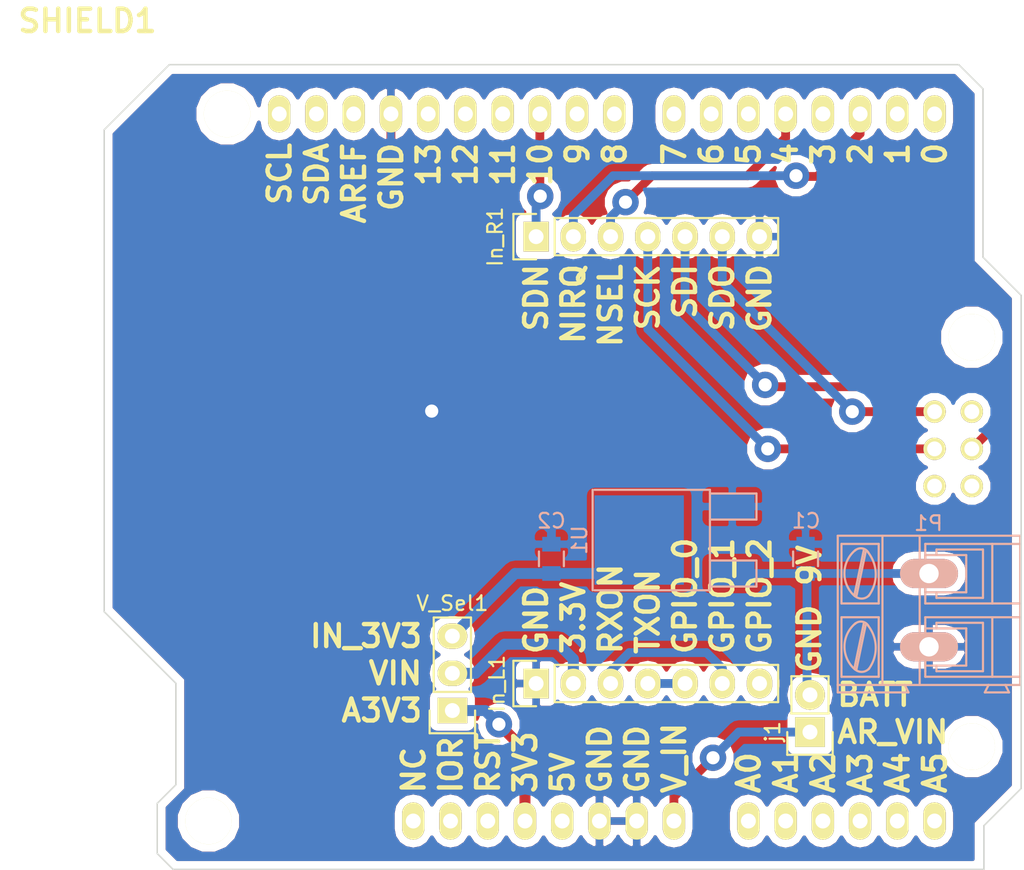
<source format=kicad_pcb>
(kicad_pcb (version 4) (host pcbnew 4.0.1-3.201512221402+6198~38~ubuntu14.04.1-stable)

  (general
    (links 24)
    (no_connects 0)
    (area 217.107299 93.764899 279.754801 148.792401)
    (thickness 1.6)
    (drawings 68)
    (tracks 79)
    (zones 0)
    (modules 9)
    (nets 43)
  )

  (page A3)
  (layers
    (0 F.Cu signal)
    (31 B.Cu signal)
    (32 B.Adhes user)
    (33 F.Adhes user)
    (34 B.Paste user)
    (35 F.Paste user)
    (36 B.SilkS user)
    (37 F.SilkS user)
    (38 B.Mask user)
    (39 F.Mask user)
    (40 Dwgs.User user)
    (41 Cmts.User user)
    (42 Eco1.User user)
    (43 Eco2.User user)
    (44 Edge.Cuts user)
  )

  (setup
    (last_trace_width 0.6)
    (trace_clearance 0.254)
    (zone_clearance 0.508)
    (zone_45_only no)
    (trace_min 0.254)
    (segment_width 0.2)
    (edge_width 0.1)
    (via_size 1.8)
    (via_drill 0.9)
    (via_min_size 0.889)
    (via_min_drill 0.508)
    (uvia_size 0.508)
    (uvia_drill 0.127)
    (uvias_allowed no)
    (uvia_min_size 0.508)
    (uvia_min_drill 0.127)
    (pcb_text_width 0.3)
    (pcb_text_size 1.5 1.5)
    (mod_edge_width 0.15)
    (mod_text_size 1 1)
    (mod_text_width 0.15)
    (pad_size 6.74 6.73)
    (pad_drill 0)
    (pad_to_mask_clearance 0)
    (aux_axis_origin 0 0)
    (grid_origin 206.3623 88.7984)
    (visible_elements FFFFFFFF)
    (pcbplotparams
      (layerselection 0x010f0_80000001)
      (usegerberextensions true)
      (excludeedgelayer true)
      (linewidth 0.150000)
      (plotframeref false)
      (viasonmask false)
      (mode 1)
      (useauxorigin false)
      (hpglpennumber 1)
      (hpglpenspeed 20)
      (hpglpendiameter 15)
      (hpglpenoverlay 2)
      (psnegative false)
      (psa4output false)
      (plotreference true)
      (plotvalue true)
      (plotinvisibletext false)
      (padsonsilk false)
      (subtractmaskfromsilk false)
      (outputformat 1)
      (mirror false)
      (drillshape 0)
      (scaleselection 1)
      (outputdirectory Gerber/))
  )

  (net 0 "")
  (net 1 /NIRQ)
  (net 2 /NSEL)
  (net 3 GND)
  (net 4 /SDO)
  (net 5 /SCK)
  (net 6 /SDI)
  (net 7 /3.3V)
  (net 8 /GPIO_0)
  (net 9 /GPIO_1)
  (net 10 /Vin)
  (net 11 /SDN)
  (net 12 /A3V3)
  (net 13 /ARD_VIN)
  (net 14 /BATT)
  (net 15 /GPIO_2)
  (net 16 "Net-(SHIELD1-PadAD5)")
  (net 17 "Net-(SHIELD1-PadAD4)")
  (net 18 "Net-(SHIELD1-PadAD3)")
  (net 19 "Net-(SHIELD1-PadAD0)")
  (net 20 "Net-(SHIELD1-PadAD1)")
  (net 21 "Net-(SHIELD1-PadAD2)")
  (net 22 "Net-(SHIELD1-PadRST)")
  (net 23 "Net-(SHIELD1-Pad0)")
  (net 24 "Net-(SHIELD1-Pad1)")
  (net 25 "Net-(SHIELD1-Pad3)")
  (net 26 "Net-(SHIELD1-Pad5)")
  (net 27 "Net-(SHIELD1-Pad6)")
  (net 28 "Net-(SHIELD1-Pad7)")
  (net 29 "Net-(SHIELD1-Pad8)")
  (net 30 "Net-(SHIELD1-Pad9)")
  (net 31 "Net-(SHIELD1-Pad11)")
  (net 32 "Net-(SHIELD1-Pad12)")
  (net 33 "Net-(SHIELD1-Pad13)")
  (net 34 "Net-(SHIELD1-PadAREF)")
  (net 35 "Net-(SHIELD1-Pad5V)")
  (net 36 "Net-(SHIELD1-PadSDA)")
  (net 37 "Net-(SHIELD1-PadSCL)")
  (net 38 "Net-(SHIELD1-PadIO_R)")
  (net 39 "Net-(SHIELD1-PadNC)")
  (net 40 "Net-(SHIELD1-PadSP2)")
  (net 41 "Net-(SHIELD1-PadSP5)")
  (net 42 "Net-(SHIELD1-PadSP6)")

  (net_class Default "This is the default net class."
    (clearance 0.254)
    (trace_width 0.6)
    (via_dia 1.8)
    (via_drill 0.9)
    (uvia_dia 0.508)
    (uvia_drill 0.127)
    (add_net /ARD_VIN)
    (add_net /BATT)
    (add_net /GPIO_0)
    (add_net /GPIO_1)
    (add_net /GPIO_2)
    (add_net /NIRQ)
    (add_net /NSEL)
    (add_net /SCK)
    (add_net /SDI)
    (add_net /SDN)
    (add_net /SDO)
    (add_net GND)
    (add_net "Net-(SHIELD1-Pad0)")
    (add_net "Net-(SHIELD1-Pad1)")
    (add_net "Net-(SHIELD1-Pad11)")
    (add_net "Net-(SHIELD1-Pad12)")
    (add_net "Net-(SHIELD1-Pad13)")
    (add_net "Net-(SHIELD1-Pad3)")
    (add_net "Net-(SHIELD1-Pad5)")
    (add_net "Net-(SHIELD1-Pad5V)")
    (add_net "Net-(SHIELD1-Pad6)")
    (add_net "Net-(SHIELD1-Pad7)")
    (add_net "Net-(SHIELD1-Pad8)")
    (add_net "Net-(SHIELD1-Pad9)")
    (add_net "Net-(SHIELD1-PadAD0)")
    (add_net "Net-(SHIELD1-PadAD1)")
    (add_net "Net-(SHIELD1-PadAD2)")
    (add_net "Net-(SHIELD1-PadAD3)")
    (add_net "Net-(SHIELD1-PadAD4)")
    (add_net "Net-(SHIELD1-PadAD5)")
    (add_net "Net-(SHIELD1-PadAREF)")
    (add_net "Net-(SHIELD1-PadIO_R)")
    (add_net "Net-(SHIELD1-PadNC)")
    (add_net "Net-(SHIELD1-PadRST)")
    (add_net "Net-(SHIELD1-PadSCL)")
    (add_net "Net-(SHIELD1-PadSDA)")
    (add_net "Net-(SHIELD1-PadSP2)")
    (add_net "Net-(SHIELD1-PadSP5)")
    (add_net "Net-(SHIELD1-PadSP6)")
  )

  (net_class ANT ""
    (clearance 0.254)
    (trace_width 0.9)
    (via_dia 1.8)
    (via_drill 0.9)
    (uvia_dia 0.508)
    (uvia_drill 0.127)
  )

  (net_class POWER ""
    (clearance 0.254)
    (trace_width 0.75)
    (via_dia 1.8)
    (via_drill 0.9)
    (uvia_dia 0.508)
    (uvia_drill 0.127)
    (add_net /3.3V)
    (add_net /A3V3)
    (add_net /Vin)
  )

  (module Connect:AK300-2 (layer B.Cu) (tedit 564E2BD4) (tstamp 56425307)
    (at 273.4183 128.5494 270)
    (descr CONNECTOR)
    (tags CONNECTOR)
    (path /5642590E)
    (attr virtual)
    (fp_text reference P1 (at -3.429 0.0381 540) (layer B.SilkS)
      (effects (font (size 1 1) (thickness 0.15)) (justify mirror))
    )
    (fp_text value CONN_01X02 (at 2.779 -7.747 270) (layer B.Fab)
      (effects (font (size 1 1) (thickness 0.15)) (justify mirror))
    )
    (fp_line (start 8.363 6.473) (end -2.83 6.473) (layer B.CrtYd) (width 0.05))
    (fp_line (start 8.363 -6.473) (end 8.363 6.473) (layer B.CrtYd) (width 0.05))
    (fp_line (start -2.83 -6.473) (end 8.363 -6.473) (layer B.CrtYd) (width 0.05))
    (fp_line (start -2.83 6.473) (end -2.83 -6.473) (layer B.CrtYd) (width 0.05))
    (fp_line (start -1.2596 -2.54) (end 1.2804 -2.54) (layer B.SilkS) (width 0.15))
    (fp_line (start 1.2804 -2.54) (end 1.2804 0.254) (layer B.SilkS) (width 0.15))
    (fp_line (start -1.2596 0.254) (end 1.2804 0.254) (layer B.SilkS) (width 0.15))
    (fp_line (start -1.2596 -2.54) (end -1.2596 0.254) (layer B.SilkS) (width 0.15))
    (fp_line (start 3.7442 -2.54) (end 6.2842 -2.54) (layer B.SilkS) (width 0.15))
    (fp_line (start 6.2842 -2.54) (end 6.2842 0.254) (layer B.SilkS) (width 0.15))
    (fp_line (start 3.7442 0.254) (end 6.2842 0.254) (layer B.SilkS) (width 0.15))
    (fp_line (start 3.7442 -2.54) (end 3.7442 0.254) (layer B.SilkS) (width 0.15))
    (fp_line (start 7.605 6.223) (end 7.605 3.175) (layer B.SilkS) (width 0.15))
    (fp_line (start 7.605 6.223) (end -2.58 6.223) (layer B.SilkS) (width 0.15))
    (fp_line (start 7.605 6.223) (end 8.113 6.223) (layer B.SilkS) (width 0.15))
    (fp_line (start 8.113 6.223) (end 8.113 1.397) (layer B.SilkS) (width 0.15))
    (fp_line (start 8.113 1.397) (end 7.605 1.651) (layer B.SilkS) (width 0.15))
    (fp_line (start 8.113 -5.461) (end 7.605 -5.207) (layer B.SilkS) (width 0.15))
    (fp_line (start 7.605 -5.207) (end 7.605 -6.223) (layer B.SilkS) (width 0.15))
    (fp_line (start 8.113 -3.81) (end 7.605 -4.064) (layer B.SilkS) (width 0.15))
    (fp_line (start 7.605 -4.064) (end 7.605 -5.207) (layer B.SilkS) (width 0.15))
    (fp_line (start 8.113 -3.81) (end 8.113 -5.461) (layer B.SilkS) (width 0.15))
    (fp_line (start 2.9822 -6.223) (end 2.9822 -4.318) (layer B.SilkS) (width 0.15))
    (fp_line (start 7.0462 0.254) (end 7.0462 -4.318) (layer B.SilkS) (width 0.15))
    (fp_line (start 2.9822 -6.223) (end 7.0462 -6.223) (layer B.SilkS) (width 0.15))
    (fp_line (start 7.0462 -6.223) (end 7.605 -6.223) (layer B.SilkS) (width 0.15))
    (fp_line (start 2.0424 -6.223) (end 2.0424 -4.318) (layer B.SilkS) (width 0.15))
    (fp_line (start 2.0424 -6.223) (end 2.9822 -6.223) (layer B.SilkS) (width 0.15))
    (fp_line (start -2.0216 0.254) (end -2.0216 -4.318) (layer B.SilkS) (width 0.15))
    (fp_line (start -2.58 -6.223) (end -2.0216 -6.223) (layer B.SilkS) (width 0.15))
    (fp_line (start -2.0216 -6.223) (end 2.0424 -6.223) (layer B.SilkS) (width 0.15))
    (fp_line (start 2.9822 -4.318) (end 7.0462 -4.318) (layer B.SilkS) (width 0.15))
    (fp_line (start 2.9822 -4.318) (end 2.9822 0.254) (layer B.SilkS) (width 0.15))
    (fp_line (start 7.0462 -4.318) (end 7.0462 -6.223) (layer B.SilkS) (width 0.15))
    (fp_line (start 2.0424 -4.318) (end -2.0216 -4.318) (layer B.SilkS) (width 0.15))
    (fp_line (start 2.0424 -4.318) (end 2.0424 0.254) (layer B.SilkS) (width 0.15))
    (fp_line (start -2.0216 -4.318) (end -2.0216 -6.223) (layer B.SilkS) (width 0.15))
    (fp_line (start 6.6652 -3.683) (end 6.6652 -0.508) (layer B.SilkS) (width 0.15))
    (fp_line (start 6.6652 -3.683) (end 3.3632 -3.683) (layer B.SilkS) (width 0.15))
    (fp_line (start 3.3632 -3.683) (end 3.3632 -0.508) (layer B.SilkS) (width 0.15))
    (fp_line (start 1.6614 -3.683) (end 1.6614 -0.508) (layer B.SilkS) (width 0.15))
    (fp_line (start 1.6614 -3.683) (end -1.6406 -3.683) (layer B.SilkS) (width 0.15))
    (fp_line (start -1.6406 -3.683) (end -1.6406 -0.508) (layer B.SilkS) (width 0.15))
    (fp_line (start -1.6406 -0.508) (end -1.2596 -0.508) (layer B.SilkS) (width 0.15))
    (fp_line (start 1.6614 -0.508) (end 1.2804 -0.508) (layer B.SilkS) (width 0.15))
    (fp_line (start 3.3632 -0.508) (end 3.7442 -0.508) (layer B.SilkS) (width 0.15))
    (fp_line (start 6.6652 -0.508) (end 6.2842 -0.508) (layer B.SilkS) (width 0.15))
    (fp_line (start -2.58 -6.223) (end -2.58 0.635) (layer B.SilkS) (width 0.15))
    (fp_line (start -2.58 0.635) (end -2.58 3.175) (layer B.SilkS) (width 0.15))
    (fp_line (start 7.605 1.651) (end 7.605 0.635) (layer B.SilkS) (width 0.15))
    (fp_line (start 7.605 0.635) (end 7.605 -4.064) (layer B.SilkS) (width 0.15))
    (fp_line (start -2.58 3.175) (end 7.605 3.175) (layer B.SilkS) (width 0.15))
    (fp_line (start -2.58 3.175) (end -2.58 6.223) (layer B.SilkS) (width 0.15))
    (fp_line (start 7.605 3.175) (end 7.605 1.651) (layer B.SilkS) (width 0.15))
    (fp_line (start 2.9822 3.429) (end 2.9822 5.969) (layer B.SilkS) (width 0.15))
    (fp_line (start 2.9822 5.969) (end 7.0462 5.969) (layer B.SilkS) (width 0.15))
    (fp_line (start 7.0462 5.969) (end 7.0462 3.429) (layer B.SilkS) (width 0.15))
    (fp_line (start 7.0462 3.429) (end 2.9822 3.429) (layer B.SilkS) (width 0.15))
    (fp_line (start 2.0424 3.429) (end 2.0424 5.969) (layer B.SilkS) (width 0.15))
    (fp_line (start 2.0424 3.429) (end -2.0216 3.429) (layer B.SilkS) (width 0.15))
    (fp_line (start -2.0216 3.429) (end -2.0216 5.969) (layer B.SilkS) (width 0.15))
    (fp_line (start 2.0424 5.969) (end -2.0216 5.969) (layer B.SilkS) (width 0.15))
    (fp_line (start 3.3886 4.445) (end 6.4366 5.08) (layer B.SilkS) (width 0.15))
    (fp_line (start 3.5156 4.318) (end 6.5636 4.953) (layer B.SilkS) (width 0.15))
    (fp_line (start -1.6152 4.445) (end 1.43534 5.08) (layer B.SilkS) (width 0.15))
    (fp_line (start -1.4882 4.318) (end 1.5598 4.953) (layer B.SilkS) (width 0.15))
    (fp_line (start -2.0216 0.254) (end -1.6406 0.254) (layer B.SilkS) (width 0.15))
    (fp_line (start 2.0424 0.254) (end 1.6614 0.254) (layer B.SilkS) (width 0.15))
    (fp_line (start 1.6614 0.254) (end -1.6406 0.254) (layer B.SilkS) (width 0.15))
    (fp_line (start -2.58 0.635) (end -1.6406 0.635) (layer B.SilkS) (width 0.15))
    (fp_line (start -1.6406 0.635) (end 1.6614 0.635) (layer B.SilkS) (width 0.15))
    (fp_line (start 1.6614 0.635) (end 3.3632 0.635) (layer B.SilkS) (width 0.15))
    (fp_line (start 7.605 0.635) (end 6.6652 0.635) (layer B.SilkS) (width 0.15))
    (fp_line (start 6.6652 0.635) (end 3.3632 0.635) (layer B.SilkS) (width 0.15))
    (fp_line (start 7.0462 0.254) (end 6.6652 0.254) (layer B.SilkS) (width 0.15))
    (fp_line (start 2.9822 0.254) (end 3.3632 0.254) (layer B.SilkS) (width 0.15))
    (fp_line (start 3.3632 0.254) (end 6.6652 0.254) (layer B.SilkS) (width 0.15))
    (fp_arc (start 6.0302 4.59486) (end 6.53566 5.05206) (angle -90.5) (layer B.SilkS) (width 0.15))
    (fp_arc (start 5.065 6.0706) (end 6.52804 4.11734) (angle -75.5) (layer B.SilkS) (width 0.15))
    (fp_arc (start 4.98626 3.7084) (end 3.3886 5.0038) (angle -100) (layer B.SilkS) (width 0.15))
    (fp_arc (start 3.8712 4.64566) (end 3.58164 4.1275) (angle -104.2) (layer B.SilkS) (width 0.15))
    (fp_arc (start 1.0264 4.59486) (end 1.5344 5.05206) (angle -90.5) (layer B.SilkS) (width 0.15))
    (fp_arc (start 0.06374 6.0706) (end 1.52678 4.11734) (angle -75.5) (layer B.SilkS) (width 0.15))
    (fp_arc (start -0.01246 3.7084) (end -1.6152 5.0038) (angle -100) (layer B.SilkS) (width 0.15))
    (fp_arc (start -1.1326 4.64566) (end -1.41962 4.1275) (angle -104.2) (layer B.SilkS) (width 0.15))
    (pad 1 thru_hole oval (at 0 0 270) (size 1.9812 3.9624) (drill 1.3208) (layers *.Cu B.Paste B.SilkS B.Mask)
      (net 14 /BATT))
    (pad 2 thru_hole oval (at 5 0 270) (size 1.9812 3.9624) (drill 1.3208) (layers *.Cu B.Paste B.SilkS B.Mask)
      (net 3 GND))
  )

  (module Capacitors_SMD:C_0805 (layer B.Cu) (tedit 564F827F) (tstamp 564F4A57)
    (at 265 127.5461 90)
    (descr "Capacitor SMD 0805, reflow soldering, AVX (see smccp.pdf)")
    (tags "capacitor 0805")
    (path /564252EA)
    (attr smd)
    (fp_text reference C1 (at 2.5951 0.0381 180) (layer B.SilkS)
      (effects (font (size 1 1) (thickness 0.15)) (justify mirror))
    )
    (fp_text value C (at 0 -2.1 90) (layer B.Fab)
      (effects (font (size 1 1) (thickness 0.15)) (justify mirror))
    )
    (fp_line (start -1.8 1) (end 1.8 1) (layer B.CrtYd) (width 0.05))
    (fp_line (start -1.8 -1) (end 1.8 -1) (layer B.CrtYd) (width 0.05))
    (fp_line (start -1.8 1) (end -1.8 -1) (layer B.CrtYd) (width 0.05))
    (fp_line (start 1.8 1) (end 1.8 -1) (layer B.CrtYd) (width 0.05))
    (fp_line (start 0.5 0.85) (end -0.5 0.85) (layer B.SilkS) (width 0.15))
    (fp_line (start -0.5 -0.85) (end 0.5 -0.85) (layer B.SilkS) (width 0.15))
    (pad 1 smd rect (at -1 0 90) (size 1 1.25) (layers B.Cu B.Paste B.Mask)
      (net 14 /BATT))
    (pad 2 smd rect (at 1 0 90) (size 1 1.25) (layers B.Cu B.Paste B.Mask)
      (net 3 GND))
    (model Capacitors_SMD.3dshapes/C_0805.wrl
      (at (xyz 0 0 0))
      (scale (xyz 1 1 1))
      (rotate (xyz 0 0 0))
    )
  )

  (module Capacitors_SMD:C_0805 (layer B.Cu) (tedit 564F826D) (tstamp 564F4A63)
    (at 247.6627 127.5461 90)
    (descr "Capacitor SMD 0805, reflow soldering, AVX (see smccp.pdf)")
    (tags "capacitor 0805")
    (path /5642534C)
    (attr smd)
    (fp_text reference C2 (at 2.5951 0 180) (layer B.SilkS)
      (effects (font (size 1 1) (thickness 0.15)) (justify mirror))
    )
    (fp_text value C (at 0 -2.1 90) (layer B.Fab)
      (effects (font (size 1 1) (thickness 0.15)) (justify mirror))
    )
    (fp_line (start -1.8 1) (end 1.8 1) (layer B.CrtYd) (width 0.05))
    (fp_line (start -1.8 -1) (end 1.8 -1) (layer B.CrtYd) (width 0.05))
    (fp_line (start -1.8 1) (end -1.8 -1) (layer B.CrtYd) (width 0.05))
    (fp_line (start 1.8 1) (end 1.8 -1) (layer B.CrtYd) (width 0.05))
    (fp_line (start 0.5 0.85) (end -0.5 0.85) (layer B.SilkS) (width 0.15))
    (fp_line (start -0.5 -0.85) (end 0.5 -0.85) (layer B.SilkS) (width 0.15))
    (pad 1 smd rect (at -1 0 90) (size 1 1.25) (layers B.Cu B.Paste B.Mask)
      (net 7 /3.3V))
    (pad 2 smd rect (at 1 0 90) (size 1 1.25) (layers B.Cu B.Paste B.Mask)
      (net 3 GND))
    (model Capacitors_SMD.3dshapes/C_0805.wrl
      (at (xyz 0 0 0))
      (scale (xyz 1 1 1))
      (rotate (xyz 0 0 0))
    )
  )

  (module FT:ARDUINO_SHIELD (layer F.Cu) (tedit 0) (tstamp 564F6887)
    (at 210.2993 147.9804)
    (descr http://www.thingiverse.com/thing:9630)
    (path /56452B21)
    (fp_text reference SHIELD1 (at 5.715 -57.15) (layer F.SilkS)
      (effects (font (thickness 0.3048)))
    )
    (fp_text value ARDUINO_SHIELD (at 10.16 -54.61) (layer F.SilkS) hide
      (effects (font (thickness 0.3048)))
    )
    (fp_line (start 66.04 -40.64) (end 66.04 -52.07) (layer Cmts.User) (width 0.381))
    (fp_line (start 66.04 -52.07) (end 64.77 -53.34) (layer Cmts.User) (width 0.381))
    (fp_line (start 64.77 -53.34) (end 0 -53.34) (layer Cmts.User) (width 0.381))
    (fp_line (start 66.04 0) (end 0 0) (layer Cmts.User) (width 0.381))
    (fp_line (start 0 0) (end 0 -53.34) (layer Cmts.User) (width 0.381))
    (fp_line (start 66.04 -40.64) (end 68.58 -38.1) (layer Cmts.User) (width 0.381))
    (fp_line (start 68.58 -38.1) (end 68.58 -5.08) (layer Cmts.User) (width 0.381))
    (fp_line (start 68.58 -5.08) (end 66.04 -2.54) (layer Cmts.User) (width 0.381))
    (fp_line (start 66.04 -2.54) (end 66.04 0) (layer Cmts.User) (width 0.381))
    (pad AD5 thru_hole oval (at 63.5 -2.54 90) (size 2.54 1.524) (drill 1.016) (layers *.Cu *.Mask F.SilkS)
      (net 16 "Net-(SHIELD1-PadAD5)"))
    (pad AD4 thru_hole oval (at 60.96 -2.54 90) (size 2.54 1.524) (drill 1.016) (layers *.Cu *.Mask F.SilkS)
      (net 17 "Net-(SHIELD1-PadAD4)"))
    (pad AD3 thru_hole oval (at 58.42 -2.54 90) (size 2.54 1.524) (drill 1.016) (layers *.Cu *.Mask F.SilkS)
      (net 18 "Net-(SHIELD1-PadAD3)"))
    (pad AD0 thru_hole oval (at 50.8 -2.54 90) (size 2.54 1.524) (drill 1.016) (layers *.Cu *.Mask F.SilkS)
      (net 19 "Net-(SHIELD1-PadAD0)"))
    (pad AD1 thru_hole oval (at 53.34 -2.54 90) (size 2.54 1.524) (drill 1.016) (layers *.Cu *.Mask F.SilkS)
      (net 20 "Net-(SHIELD1-PadAD1)"))
    (pad AD2 thru_hole oval (at 55.88 -2.54 90) (size 2.54 1.524) (drill 1.016) (layers *.Cu *.Mask F.SilkS)
      (net 21 "Net-(SHIELD1-PadAD2)"))
    (pad V_IN thru_hole oval (at 45.72 -2.54 90) (size 2.54 1.524) (drill 1.016) (layers *.Cu *.Mask F.SilkS)
      (net 13 /ARD_VIN))
    (pad GND2 thru_hole oval (at 43.18 -2.54 90) (size 2.54 1.524) (drill 1.016) (layers *.Cu *.Mask F.SilkS)
      (net 3 GND))
    (pad GND1 thru_hole oval (at 40.64 -2.54 90) (size 2.54 1.524) (drill 1.016) (layers *.Cu *.Mask F.SilkS)
      (net 3 GND))
    (pad 3V3 thru_hole oval (at 35.56 -2.54 90) (size 2.54 1.524) (drill 1.016) (layers *.Cu *.Mask F.SilkS)
      (net 12 /A3V3))
    (pad RST thru_hole oval (at 33.02 -2.54 90) (size 2.54 1.524) (drill 1.016) (layers *.Cu *.Mask F.SilkS)
      (net 22 "Net-(SHIELD1-PadRST)"))
    (pad 0 thru_hole oval (at 63.5 -50.8 90) (size 2.54 1.524) (drill 1.016) (layers *.Cu *.Mask F.SilkS)
      (net 23 "Net-(SHIELD1-Pad0)"))
    (pad 1 thru_hole oval (at 60.96 -50.8 90) (size 2.54 1.524) (drill 1.016) (layers *.Cu *.Mask F.SilkS)
      (net 24 "Net-(SHIELD1-Pad1)"))
    (pad 2 thru_hole oval (at 58.42 -50.8 90) (size 2.54 1.524) (drill 1.016) (layers *.Cu *.Mask F.SilkS)
      (net 1 /NIRQ))
    (pad 3 thru_hole oval (at 55.88 -50.8 90) (size 2.54 1.524) (drill 1.016) (layers *.Cu *.Mask F.SilkS)
      (net 25 "Net-(SHIELD1-Pad3)"))
    (pad 4 thru_hole oval (at 53.34 -50.8 90) (size 2.54 1.524) (drill 1.016) (layers *.Cu *.Mask F.SilkS)
      (net 2 /NSEL))
    (pad 5 thru_hole oval (at 50.8 -50.8 90) (size 2.54 1.524) (drill 1.016) (layers *.Cu *.Mask F.SilkS)
      (net 26 "Net-(SHIELD1-Pad5)"))
    (pad 6 thru_hole oval (at 48.26 -50.8 90) (size 2.54 1.524) (drill 1.016) (layers *.Cu *.Mask F.SilkS)
      (net 27 "Net-(SHIELD1-Pad6)"))
    (pad 7 thru_hole oval (at 45.72 -50.8 90) (size 2.54 1.524) (drill 1.016) (layers *.Cu *.Mask F.SilkS)
      (net 28 "Net-(SHIELD1-Pad7)"))
    (pad 8 thru_hole oval (at 41.656 -50.8 90) (size 2.54 1.524) (drill 1.016) (layers *.Cu *.Mask F.SilkS)
      (net 29 "Net-(SHIELD1-Pad8)"))
    (pad 9 thru_hole oval (at 39.116 -50.8 90) (size 2.54 1.524) (drill 1.016) (layers *.Cu *.Mask F.SilkS)
      (net 30 "Net-(SHIELD1-Pad9)"))
    (pad 10 thru_hole oval (at 36.576 -50.8 90) (size 2.54 1.524) (drill 1.016) (layers *.Cu *.Mask F.SilkS)
      (net 11 /SDN))
    (pad 11 thru_hole oval (at 34.036 -50.8 90) (size 2.54 1.524) (drill 1.016) (layers *.Cu *.Mask F.SilkS)
      (net 31 "Net-(SHIELD1-Pad11)"))
    (pad 12 thru_hole oval (at 31.496 -50.8 90) (size 2.54 1.524) (drill 1.016) (layers *.Cu *.Mask F.SilkS)
      (net 32 "Net-(SHIELD1-Pad12)"))
    (pad 13 thru_hole oval (at 28.956 -50.8 90) (size 2.54 1.524) (drill 1.016) (layers *.Cu *.Mask F.SilkS)
      (net 33 "Net-(SHIELD1-Pad13)"))
    (pad GND3 thru_hole oval (at 26.416 -50.8 90) (size 2.54 1.524) (drill 1.016) (layers *.Cu *.Mask F.SilkS)
      (net 3 GND))
    (pad AREF thru_hole oval (at 23.876 -50.8 90) (size 2.54 1.524) (drill 1.016) (layers *.Cu *.Mask F.SilkS)
      (net 34 "Net-(SHIELD1-PadAREF)"))
    (pad 5V thru_hole oval (at 38.1 -2.54 90) (size 2.54 1.524) (drill 1.016) (layers *.Cu *.Mask F.SilkS)
      (net 35 "Net-(SHIELD1-Pad5V)"))
    (pad "" np_thru_hole circle (at 66.04 -7.62 90) (size 3.175 3.175) (drill 3.175) (layers *.Cu *.Mask F.SilkS))
    (pad "" np_thru_hole circle (at 66.04 -35.56 90) (size 3.175 3.175) (drill 3.175) (layers *.Cu *.Mask F.SilkS))
    (pad "" np_thru_hole circle (at 15.24 -50.8 90) (size 3.175 3.175) (drill 3.175) (layers *.Cu *.Mask F.SilkS))
    (pad "" np_thru_hole circle (at 13.97 -2.54 90) (size 3.175 3.175) (drill 3.175) (layers *.Cu *.Mask F.SilkS))
    (pad SDA thru_hole oval (at 21.336 -50.8 90) (size 2.54 1.524) (drill 1.016) (layers *.Cu *.Mask F.SilkS)
      (net 36 "Net-(SHIELD1-PadSDA)"))
    (pad SCL thru_hole oval (at 18.796 -50.8 90) (size 2.54 1.524) (drill 1.016) (layers *.Cu *.Mask F.SilkS)
      (net 37 "Net-(SHIELD1-PadSCL)"))
    (pad IO_R thru_hole oval (at 30.48 -2.54 90) (size 2.54 1.524) (drill 1.016) (layers *.Cu *.Mask F.SilkS)
      (net 38 "Net-(SHIELD1-PadIO_R)"))
    (pad NC thru_hole oval (at 27.94 -2.54 90) (size 2.54 1.524) (drill 1.016) (layers *.Cu *.Mask F.SilkS)
      (net 39 "Net-(SHIELD1-PadNC)"))
    (pad SP1 thru_hole circle (at 63.5 -30.48 90) (size 1.524 1.524) (drill 1.016) (layers *.Cu *.Mask F.SilkS)
      (net 4 /SDO))
    (pad SP2 thru_hole circle (at 66.04 -30.48 90) (size 1.524 1.524) (drill 1.016) (layers *.Cu *.Mask F.SilkS)
      (net 40 "Net-(SHIELD1-PadSP2)"))
    (pad SP3 thru_hole circle (at 63.5 -27.94 90) (size 1.524 1.524) (drill 1.016) (layers *.Cu *.Mask F.SilkS)
      (net 5 /SCK))
    (pad SP4 thru_hole circle (at 66.04 -27.94 90) (size 1.524 1.524) (drill 1.016) (layers *.Cu *.Mask F.SilkS)
      (net 6 /SDI))
    (pad SP5 thru_hole circle (at 63.5 -25.4 90) (size 1.524 1.524) (drill 1.016) (layers *.Cu *.Mask F.SilkS)
      (net 41 "Net-(SHIELD1-PadSP5)"))
    (pad SP6 thru_hole circle (at 66.04 -25.4 90) (size 1.524 1.524) (drill 1.016) (layers *.Cu *.Mask F.SilkS)
      (net 42 "Net-(SHIELD1-PadSP6)"))
  )

  (module Pin_Headers:Pin_Header_Straight_1x07 (layer F.Cu) (tedit 568AE2AA) (tstamp 564F8DC1)
    (at 246.6185 136.055 90)
    (descr "Through hole pin header")
    (tags "pin header")
    (path /564F8AED)
    (fp_text reference In_L1 (at -0.0074 -2.6642 90) (layer F.SilkS)
      (effects (font (size 1 1) (thickness 0.15)))
    )
    (fp_text value CONN_01X07 (at 0 -3.1 90) (layer F.Fab)
      (effects (font (size 1 1) (thickness 0.15)))
    )
    (fp_line (start -1.75 -1.75) (end -1.75 17) (layer F.CrtYd) (width 0.05))
    (fp_line (start 1.75 -1.75) (end 1.75 17) (layer F.CrtYd) (width 0.05))
    (fp_line (start -1.75 -1.75) (end 1.75 -1.75) (layer F.CrtYd) (width 0.05))
    (fp_line (start -1.75 17) (end 1.75 17) (layer F.CrtYd) (width 0.05))
    (fp_line (start 1.27 1.27) (end 1.27 16.51) (layer F.SilkS) (width 0.15))
    (fp_line (start 1.27 16.51) (end -1.27 16.51) (layer F.SilkS) (width 0.15))
    (fp_line (start -1.27 16.51) (end -1.27 1.27) (layer F.SilkS) (width 0.15))
    (fp_line (start 1.55 -1.55) (end 1.55 0) (layer F.SilkS) (width 0.15))
    (fp_line (start 1.27 1.27) (end -1.27 1.27) (layer F.SilkS) (width 0.15))
    (fp_line (start -1.55 0) (end -1.55 -1.55) (layer F.SilkS) (width 0.15))
    (fp_line (start -1.55 -1.55) (end 1.55 -1.55) (layer F.SilkS) (width 0.15))
    (pad 1 thru_hole rect (at 0 0 90) (size 2.032 1.7272) (drill 1.016) (layers *.Cu *.Mask F.SilkS)
      (net 3 GND))
    (pad 2 thru_hole oval (at 0 2.54 90) (size 2.032 1.7272) (drill 1.016) (layers *.Cu *.Mask F.SilkS)
      (net 10 /Vin))
    (pad 3 thru_hole oval (at 0 5.08 90) (size 2.032 1.7272) (drill 1.016) (layers *.Cu *.Mask F.SilkS)
      (net 9 /GPIO_1))
    (pad 4 thru_hole oval (at 0 7.62 90) (size 2.032 1.7272) (drill 1.016) (layers *.Cu *.Mask F.SilkS)
      (net 8 /GPIO_0))
    (pad 5 thru_hole oval (at 0 10.16 90) (size 2.032 1.7272) (drill 1.016) (layers *.Cu *.Mask F.SilkS)
      (net 8 /GPIO_0))
    (pad 6 thru_hole oval (at 0 12.7 90) (size 2.032 1.7272) (drill 1.016) (layers *.Cu *.Mask F.SilkS)
      (net 9 /GPIO_1))
    (pad 7 thru_hole oval (at 0 15.24 90) (size 2.032 1.7272) (drill 1.016) (layers *.Cu *.Mask F.SilkS)
      (net 15 /GPIO_2))
    (model Pin_Headers.3dshapes/Pin_Header_Straight_1x07.wrl
      (at (xyz 0 -0.3 0))
      (scale (xyz 1 1 1))
      (rotate (xyz 0 0 90))
    )
  )

  (module Pin_Headers:Pin_Header_Straight_1x07 (layer F.Cu) (tedit 568AE27B) (tstamp 564F8DCC)
    (at 246.6185 105.555 90)
    (descr "Through hole pin header")
    (tags "pin header")
    (path /564F8A95)
    (fp_text reference In_R1 (at -0.0074 -2.7912 90) (layer F.SilkS)
      (effects (font (size 1 1) (thickness 0.15)))
    )
    (fp_text value CONN_01X07 (at 0 -3.1 90) (layer F.Fab)
      (effects (font (size 1 1) (thickness 0.15)))
    )
    (fp_line (start -1.75 -1.75) (end -1.75 17) (layer F.CrtYd) (width 0.05))
    (fp_line (start 1.75 -1.75) (end 1.75 17) (layer F.CrtYd) (width 0.05))
    (fp_line (start -1.75 -1.75) (end 1.75 -1.75) (layer F.CrtYd) (width 0.05))
    (fp_line (start -1.75 17) (end 1.75 17) (layer F.CrtYd) (width 0.05))
    (fp_line (start 1.27 1.27) (end 1.27 16.51) (layer F.SilkS) (width 0.15))
    (fp_line (start 1.27 16.51) (end -1.27 16.51) (layer F.SilkS) (width 0.15))
    (fp_line (start -1.27 16.51) (end -1.27 1.27) (layer F.SilkS) (width 0.15))
    (fp_line (start 1.55 -1.55) (end 1.55 0) (layer F.SilkS) (width 0.15))
    (fp_line (start 1.27 1.27) (end -1.27 1.27) (layer F.SilkS) (width 0.15))
    (fp_line (start -1.55 0) (end -1.55 -1.55) (layer F.SilkS) (width 0.15))
    (fp_line (start -1.55 -1.55) (end 1.55 -1.55) (layer F.SilkS) (width 0.15))
    (pad 1 thru_hole rect (at 0 0 90) (size 2.032 1.7272) (drill 1.016) (layers *.Cu *.Mask F.SilkS)
      (net 11 /SDN))
    (pad 2 thru_hole oval (at 0 2.54 90) (size 2.032 1.7272) (drill 1.016) (layers *.Cu *.Mask F.SilkS)
      (net 1 /NIRQ))
    (pad 3 thru_hole oval (at 0 5.08 90) (size 2.032 1.7272) (drill 1.016) (layers *.Cu *.Mask F.SilkS)
      (net 2 /NSEL))
    (pad 4 thru_hole oval (at 0 7.62 90) (size 2.032 1.7272) (drill 1.016) (layers *.Cu *.Mask F.SilkS)
      (net 5 /SCK))
    (pad 5 thru_hole oval (at 0 10.16 90) (size 2.032 1.7272) (drill 1.016) (layers *.Cu *.Mask F.SilkS)
      (net 6 /SDI))
    (pad 6 thru_hole oval (at 0 12.7 90) (size 2.032 1.7272) (drill 1.016) (layers *.Cu *.Mask F.SilkS)
      (net 4 /SDO))
    (pad 7 thru_hole oval (at 0 15.24 90) (size 2.032 1.7272) (drill 1.016) (layers *.Cu *.Mask F.SilkS)
      (net 3 GND))
    (model Pin_Headers.3dshapes/Pin_Header_Straight_1x07.wrl
      (at (xyz 0 -0.3 0))
      (scale (xyz 1 1 1))
      (rotate (xyz 0 0 90))
    )
  )

  (module Socket_Strips:Socket_Strip_Straight_1x03 (layer F.Cu) (tedit 568AE26A) (tstamp 5665E432)
    (at 240.9063 137.9 90)
    (descr "Through hole socket strip")
    (tags "socket strip")
    (path /5665E388)
    (fp_text reference V_Sel1 (at 7.3186 0 180) (layer F.SilkS)
      (effects (font (size 1 1) (thickness 0.15)))
    )
    (fp_text value CONN_01X03 (at 0 -3.1 90) (layer F.Fab)
      (effects (font (size 1 1) (thickness 0.15)))
    )
    (fp_line (start 0 -1.55) (end -1.55 -1.55) (layer F.SilkS) (width 0.15))
    (fp_line (start -1.55 -1.55) (end -1.55 1.55) (layer F.SilkS) (width 0.15))
    (fp_line (start -1.55 1.55) (end 0 1.55) (layer F.SilkS) (width 0.15))
    (fp_line (start -1.75 -1.75) (end -1.75 1.75) (layer F.CrtYd) (width 0.05))
    (fp_line (start 6.85 -1.75) (end 6.85 1.75) (layer F.CrtYd) (width 0.05))
    (fp_line (start -1.75 -1.75) (end 6.85 -1.75) (layer F.CrtYd) (width 0.05))
    (fp_line (start -1.75 1.75) (end 6.85 1.75) (layer F.CrtYd) (width 0.05))
    (fp_line (start 1.27 -1.27) (end 6.35 -1.27) (layer F.SilkS) (width 0.15))
    (fp_line (start 6.35 -1.27) (end 6.35 1.27) (layer F.SilkS) (width 0.15))
    (fp_line (start 6.35 1.27) (end 1.27 1.27) (layer F.SilkS) (width 0.15))
    (fp_line (start 1.27 1.27) (end 1.27 -1.27) (layer F.SilkS) (width 0.15))
    (pad 1 thru_hole rect (at 0 0 90) (size 1.7272 2.032) (drill 1.016) (layers *.Cu *.Mask F.SilkS)
      (net 12 /A3V3))
    (pad 2 thru_hole oval (at 2.54 0 90) (size 1.7272 2.032) (drill 1.016) (layers *.Cu *.Mask F.SilkS)
      (net 10 /Vin))
    (pad 3 thru_hole oval (at 5.08 0 90) (size 1.7272 2.032) (drill 1.016) (layers *.Cu *.Mask F.SilkS)
      (net 7 /3.3V))
    (model Socket_Strips.3dshapes/Socket_Strip_Straight_1x03.wrl
      (at (xyz 0.1 0 0))
      (scale (xyz 1 1 1))
      (rotate (xyz 0 0 180))
    )
  )

  (module TO_SOT_Packages_SMD:TO-252-2Lead (layer B.Cu) (tedit 0) (tstamp 566870F2)
    (at 260 126.2634 270)
    (descr "DPAK / TO-252 2-lead smd package")
    (tags "dpak TO-252")
    (path /5665DF75)
    (attr smd)
    (fp_text reference U1 (at 0 10.414 270) (layer B.SilkS)
      (effects (font (size 1 1) (thickness 0.15)) (justify mirror))
    )
    (fp_text value AP1117D33 (at 0 2.413 270) (layer B.Fab)
      (effects (font (size 1 1) (thickness 0.15)) (justify mirror))
    )
    (fp_line (start 1.397 1.524) (end 1.397 -1.651) (layer B.SilkS) (width 0.15))
    (fp_line (start 1.397 -1.651) (end 3.175 -1.651) (layer B.SilkS) (width 0.15))
    (fp_line (start 3.175 -1.651) (end 3.175 1.524) (layer B.SilkS) (width 0.15))
    (fp_line (start -3.175 1.524) (end -3.175 -1.651) (layer B.SilkS) (width 0.15))
    (fp_line (start -3.175 -1.651) (end -1.397 -1.651) (layer B.SilkS) (width 0.15))
    (fp_line (start -1.397 -1.651) (end -1.397 1.524) (layer B.SilkS) (width 0.15))
    (fp_line (start 3.429 7.62) (end 3.429 1.524) (layer B.SilkS) (width 0.15))
    (fp_line (start 3.429 1.524) (end -3.429 1.524) (layer B.SilkS) (width 0.15))
    (fp_line (start -3.429 1.524) (end -3.429 9.398) (layer B.SilkS) (width 0.15))
    (fp_line (start -3.429 9.525) (end 3.429 9.525) (layer B.SilkS) (width 0.15))
    (fp_line (start 3.429 9.398) (end 3.429 7.62) (layer B.SilkS) (width 0.15))
    (pad 1 smd rect (at -2.286 0 270) (size 1.651 3.048) (layers B.Cu B.Paste B.Mask)
      (net 3 GND))
    (pad 2 smd rect (at 0 6.35 270) (size 6.096 6.096) (layers B.Cu B.Paste B.Mask)
      (net 7 /3.3V))
    (pad 3 smd rect (at 2.286 0 270) (size 1.651 3.048) (layers B.Cu B.Paste B.Mask)
      (net 14 /BATT))
    (model TO_SOT_Packages_SMD.3dshapes/TO-252-2Lead.wrl
      (at (xyz 0 0 0))
      (scale (xyz 1 1 1))
      (rotate (xyz 0 0 0))
    )
  )

  (module Pin_Headers:Pin_Header_Straight_1x02 (layer F.Cu) (tedit 568AF671) (tstamp 566F5E1C)
    (at 265.3 139.3698 180)
    (descr "Through hole pin header")
    (tags "pin header")
    (path /566F5E0D)
    (fp_text reference j1 (at 2.5497 0.0254 270) (layer F.SilkS)
      (effects (font (size 1 1) (thickness 0.15)))
    )
    (fp_text value CONN_01X02 (at 0 -3.1 180) (layer F.Fab)
      (effects (font (size 1 1) (thickness 0.15)))
    )
    (fp_line (start 1.27 1.27) (end 1.27 3.81) (layer F.SilkS) (width 0.15))
    (fp_line (start 1.55 -1.55) (end 1.55 0) (layer F.SilkS) (width 0.15))
    (fp_line (start -1.75 -1.75) (end -1.75 4.3) (layer F.CrtYd) (width 0.05))
    (fp_line (start 1.75 -1.75) (end 1.75 4.3) (layer F.CrtYd) (width 0.05))
    (fp_line (start -1.75 -1.75) (end 1.75 -1.75) (layer F.CrtYd) (width 0.05))
    (fp_line (start -1.75 4.3) (end 1.75 4.3) (layer F.CrtYd) (width 0.05))
    (fp_line (start 1.27 1.27) (end -1.27 1.27) (layer F.SilkS) (width 0.15))
    (fp_line (start -1.55 0) (end -1.55 -1.55) (layer F.SilkS) (width 0.15))
    (fp_line (start -1.55 -1.55) (end 1.55 -1.55) (layer F.SilkS) (width 0.15))
    (fp_line (start -1.27 1.27) (end -1.27 3.81) (layer F.SilkS) (width 0.15))
    (fp_line (start -1.27 3.81) (end 1.27 3.81) (layer F.SilkS) (width 0.15))
    (pad 1 thru_hole rect (at 0 0 180) (size 2.032 2.032) (drill 1.016) (layers *.Cu *.Mask F.SilkS)
      (net 13 /ARD_VIN))
    (pad 2 thru_hole oval (at 0 2.54 180) (size 2.032 2.032) (drill 1.016) (layers *.Cu *.Mask F.SilkS)
      (net 14 /BATT))
    (model Pin_Headers.3dshapes/Pin_Header_Straight_1x02.wrl
      (at (xyz 0 -0.05 0))
      (scale (xyz 1 1 1))
      (rotate (xyz 0 0 90))
    )
  )

  (gr_text AR_VIN (at 267 139.3698) (layer F.SilkS)
    (effects (font (size 1.5 1.5) (thickness 0.3)) (justify left))
  )
  (gr_text BATT (at 267 136.8298) (layer F.SilkS)
    (effects (font (size 1.5 1.5) (thickness 0.3)) (justify left))
  )
  (gr_text VIN (at 239 135.36) (layer F.SilkS)
    (effects (font (size 1.5 1.5) (thickness 0.3)) (justify right))
  )
  (gr_text IN_3V3 (at 239 132.82) (layer F.SilkS)
    (effects (font (size 1.5 1.5) (thickness 0.3)) (justify right))
  )
  (gr_text A3V3 (at 239 137.9) (layer F.SilkS)
    (effects (font (size 1.5 1.5) (thickness 0.3)) (justify right))
  )
  (gr_line (start 220.7768 144.2339) (end 222.0468 142.9639) (angle 90) (layer Edge.Cuts) (width 0.1))
  (gr_line (start 221.8563 148.7424) (end 220.7768 147.6629) (angle 90) (layer Edge.Cuts) (width 0.1))
  (gr_line (start 222.0468 136.0424) (end 222.0468 142.9639) (angle 90) (layer Edge.Cuts) (width 0.1))
  (gr_line (start 217.1573 131.1529) (end 217.1573 98.2599) (angle 90) (layer Edge.Cuts) (width 0.1))
  (gr_line (start 220.7768 144.2339) (end 220.7768 147.6629) (angle 90) (layer Edge.Cuts) (width 0.1))
  (gr_line (start 217.1573 131.1529) (end 222.0468 136.0424) (angle 90) (layer Edge.Cuts) (width 0.1))
  (gr_text GND (at 261.8585 107.2769 90) (layer F.SilkS)
    (effects (font (size 1.5 1.5) (thickness 0.3)) (justify right))
  )
  (gr_text SDO (at 259.3185 107.2769 90) (layer F.SilkS)
    (effects (font (size 1.5 1.5) (thickness 0.3)) (justify right))
  )
  (gr_text SDI (at 256.7785 107.2769 90) (layer F.SilkS)
    (effects (font (size 1.5 1.5) (thickness 0.3)) (justify right))
  )
  (gr_text SCK (at 254.2385 107.2769 90) (layer F.SilkS)
    (effects (font (size 1.5 1.5) (thickness 0.3)) (justify right))
  )
  (gr_text NSEL (at 251.6985 107.2769 90) (layer F.SilkS)
    (effects (font (size 1.5 1.5) (thickness 0.3)) (justify right))
  )
  (gr_text NIRQ (at 249.1585 107.2769 90) (layer F.SilkS)
    (effects (font (size 1.5 1.5) (thickness 0.3)) (justify right))
  )
  (gr_text SDN (at 246.6185 107.2769 90) (layer F.SilkS)
    (effects (font (size 1.5 1.5) (thickness 0.3)) (justify right))
  )
  (gr_text GPIO_2 (at 261.8585 134.2 90) (layer F.SilkS)
    (effects (font (size 1.5 1.5) (thickness 0.3)) (justify left))
  )
  (gr_text GPIO_1 (at 259.3185 134.2 90) (layer F.SilkS)
    (effects (font (size 1.5 1.5) (thickness 0.3)) (justify left))
  )
  (gr_text GPIO_0 (at 256.7785 134.2 90) (layer F.SilkS)
    (effects (font (size 1.5 1.5) (thickness 0.3)) (justify left))
  )
  (gr_text TXON (at 254.2385 134.2 90) (layer F.SilkS)
    (effects (font (size 1.5 1.5) (thickness 0.3)) (justify left))
  )
  (gr_text RXON (at 251.6985 134.2 90) (layer F.SilkS)
    (effects (font (size 1.5 1.5) (thickness 0.3)) (justify left))
  )
  (gr_text 3.3V (at 249.1585 134.2 90) (layer F.SilkS)
    (effects (font (size 1.5 1.5) (thickness 0.3)) (justify left))
  )
  (gr_text GND (at 246.6185 134.2 90) (layer F.SilkS)
    (effects (font (size 1.5 1.5) (thickness 0.3)) (justify left))
  )
  (gr_line (start 277.1648 145.7579) (end 277.1648 148.7424) (angle 90) (layer Edge.Cuts) (width 0.1))
  (gr_line (start 279.7048 143.2179) (end 277.1648 145.7579) (angle 90) (layer Edge.Cuts) (width 0.1))
  (gr_line (start 279.7048 109.5629) (end 279.7048 143.2179) (angle 90) (layer Edge.Cuts) (width 0.1))
  (gr_line (start 277.1013 106.9594) (end 279.7048 109.5629) (angle 90) (layer Edge.Cuts) (width 0.1))
  (gr_line (start 277.1013 95.4659) (end 277.1013 106.9594) (angle 90) (layer Edge.Cuts) (width 0.1))
  (gr_line (start 275.4503 93.8149) (end 277.1013 95.4659) (angle 90) (layer Edge.Cuts) (width 0.1))
  (gr_line (start 221.6023 93.8149) (end 275.4503 93.8149) (angle 90) (layer Edge.Cuts) (width 0.1))
  (gr_line (start 217.1573 98.2599) (end 221.6023 93.8149) (angle 90) (layer Edge.Cuts) (width 0.1))
  (gr_line (start 221.8563 148.7424) (end 277.1648 148.7424) (angle 90) (layer Edge.Cuts) (width 0.1))
  (gr_text 0 (at 273.8247 99 90) (layer F.SilkS)
    (effects (font (size 1.5 1.5) (thickness 0.3)) (justify right))
  )
  (gr_text 1 (at 271.2847 99 90) (layer F.SilkS)
    (effects (font (size 1.5 1.5) (thickness 0.3)) (justify right))
  )
  (gr_text 2 (at 268.7447 99 90) (layer F.SilkS)
    (effects (font (size 1.5 1.5) (thickness 0.3)) (justify right))
  )
  (gr_text 3 (at 266.2047 99 90) (layer F.SilkS)
    (effects (font (size 1.5 1.5) (thickness 0.3)) (justify right))
  )
  (gr_text 4 (at 263.6647 99 90) (layer F.SilkS)
    (effects (font (size 1.5 1.5) (thickness 0.3)) (justify right))
  )
  (gr_text 5 (at 261.1247 99 90) (layer F.SilkS)
    (effects (font (size 1.5 1.5) (thickness 0.3)) (justify right))
  )
  (gr_text 6 (at 258.5847 99 90) (layer F.SilkS)
    (effects (font (size 1.5 1.5) (thickness 0.3)) (justify right))
  )
  (gr_text 7 (at 256.0447 99 90) (layer F.SilkS)
    (effects (font (size 1.5 1.5) (thickness 0.3)) (justify right))
  )
  (gr_text 8 (at 251.9807 99 90) (layer F.SilkS)
    (effects (font (size 1.5 1.5) (thickness 0.3)) (justify right))
  )
  (gr_text 9 (at 249.4407 99 90) (layer F.SilkS)
    (effects (font (size 1.5 1.5) (thickness 0.3)) (justify right))
  )
  (gr_text 10 (at 246.9007 99 90) (layer F.SilkS)
    (effects (font (size 1.5 1.5) (thickness 0.3)) (justify right))
  )
  (gr_text 11 (at 244.3607 99 90) (layer F.SilkS)
    (effects (font (size 1.5 1.5) (thickness 0.3)) (justify right))
  )
  (gr_text 12 (at 241.8207 99 90) (layer F.SilkS)
    (effects (font (size 1.5 1.5) (thickness 0.3)) (justify right))
  )
  (gr_text 13 (at 239.2807 99 90) (layer F.SilkS)
    (effects (font (size 1.5 1.5) (thickness 0.3)) (justify right))
  )
  (gr_text GND (at 236.7407 99 90) (layer F.SilkS)
    (effects (font (size 1.5 1.5) (thickness 0.3)) (justify right))
  )
  (gr_text AREF (at 234.2007 99 90) (layer F.SilkS)
    (effects (font (size 1.5 1.5) (thickness 0.3)) (justify right))
  )
  (gr_text SDA (at 231.6607 99 90) (layer F.SilkS)
    (effects (font (size 1.5 1.5) (thickness 0.3)) (justify right))
  )
  (gr_text SCL (at 229.1207 99 90) (layer F.SilkS)
    (effects (font (size 1.5 1.5) (thickness 0.3)) (justify right))
  )
  (gr_text A5 (at 273.8247 143.7 90) (layer F.SilkS)
    (effects (font (size 1.5 1.5) (thickness 0.3)) (justify left))
  )
  (gr_text A4 (at 271.2847 143.7 90) (layer F.SilkS)
    (effects (font (size 1.5 1.5) (thickness 0.3)) (justify left))
  )
  (gr_text A3 (at 268.7447 143.7 90) (layer F.SilkS)
    (effects (font (size 1.5 1.5) (thickness 0.3)) (justify left))
  )
  (gr_text A2 (at 266.2047 143.7 90) (layer F.SilkS)
    (effects (font (size 1.5 1.5) (thickness 0.3)) (justify left))
  )
  (gr_text A1 (at 263.6647 143.7 90) (layer F.SilkS)
    (effects (font (size 1.5 1.5) (thickness 0.3)) (justify left))
  )
  (gr_text A0 (at 261.1247 143.7 90) (layer F.SilkS)
    (effects (font (size 1.5 1.5) (thickness 0.3)) (justify left))
  )
  (gr_text V_IN (at 256.0447 143.7 90) (layer F.SilkS)
    (effects (font (size 1.5 1.5) (thickness 0.3)) (justify left))
  )
  (gr_text GND (at 253.5047 143.7 90) (layer F.SilkS)
    (effects (font (size 1.5 1.5) (thickness 0.3)) (justify left))
  )
  (gr_text GND (at 250.9647 143.7 90) (layer F.SilkS)
    (effects (font (size 1.5 1.5) (thickness 0.3)) (justify left))
  )
  (gr_text 5V (at 248.4247 143.7 90) (layer F.SilkS)
    (effects (font (size 1.5 1.5) (thickness 0.3)) (justify left))
  )
  (gr_text 3V3 (at 245.8847 143.7 90) (layer F.SilkS)
    (effects (font (size 1.5 1.5) (thickness 0.3)) (justify left))
  )
  (gr_text RST (at 243.3447 143.7 90) (layer F.SilkS)
    (effects (font (size 1.5 1.5) (thickness 0.3)) (justify left))
  )
  (gr_text IOR (at 240.8047 143.7 90) (layer F.SilkS)
    (effects (font (size 1.5 1.5) (thickness 0.3)) (justify left))
  )
  (gr_text NC (at 238.2647 143.7 90) (layer F.SilkS)
    (effects (font (size 1.5 1.5) (thickness 0.3)) (justify left))
  )
  (gr_text GND (at 265.2621 133 90) (layer F.SilkS)
    (effects (font (size 1.5 1.5) (thickness 0.3)))
  )
  (gr_text 9V (at 265.2621 128 90) (layer F.SilkS)
    (effects (font (size 1.5 1.5) (thickness 0.3)))
  )

  (segment (start 249.1585 105.555) (end 249.1585 104.1174) (width 0.6) (layer B.Cu) (net 1))
  (segment (start 268.7193 98.5266) (end 268.7193 97.1804) (width 0.6) (layer F.Cu) (net 1) (tstamp 5654D651))
  (segment (start 265.7983 101.4476) (end 268.7193 98.5266) (width 0.6) (layer F.Cu) (net 1) (tstamp 5654D64E))
  (segment (start 264.4013 101.4476) (end 265.7983 101.4476) (width 0.6) (layer F.Cu) (net 1) (tstamp 5654D64B))
  (segment (start 264.3505 101.3968) (end 264.4013 101.4476) (width 0.6) (layer F.Cu) (net 1) (tstamp 5654D64A))
  (via (at 264.3505 101.3968) (size 1.8) (drill 0.9) (layers F.Cu B.Cu) (net 1))
  (segment (start 251.8791 101.3968) (end 264.3505 101.3968) (width 0.6) (layer B.Cu) (net 1) (tstamp 5654D640))
  (segment (start 249.1585 104.1174) (end 251.8791 101.3968) (width 0.6) (layer B.Cu) (net 1) (tstamp 5654D63D))
  (segment (start 251.6985 105.555) (end 251.6985 104.219) (width 0.6) (layer B.Cu) (net 2))
  (segment (start 263.6393 98.806) (end 263.6393 97.1804) (width 0.6) (layer F.Cu) (net 2) (tstamp 5654D637))
  (segment (start 261.0485 101.3968) (end 263.6393 98.806) (width 0.6) (layer F.Cu) (net 2) (tstamp 5654D632))
  (segment (start 254.5207 101.3968) (end 261.0485 101.3968) (width 0.6) (layer F.Cu) (net 2) (tstamp 5654D62E))
  (segment (start 252.7173 103.2002) (end 254.5207 101.3968) (width 0.6) (layer F.Cu) (net 2) (tstamp 5654D62D))
  (via (at 252.7173 103.2002) (size 1.8) (drill 0.9) (layers F.Cu B.Cu) (net 2))
  (segment (start 251.6985 104.219) (end 252.7173 103.2002) (width 0.6) (layer B.Cu) (net 2) (tstamp 5654D623))
  (segment (start 247.6627 126.5461) (end 247.6627 125.6284) (width 0.6) (layer B.Cu) (net 3))
  (segment (start 247.6627 125.6284) (end 239.4966 117.4623) (width 0.6) (layer B.Cu) (net 3) (tstamp 5666194F))
  (via (at 239.4966 117.4623) (size 1.8) (drill 0.9) (layers F.Cu B.Cu) (net 3))
  (segment (start 239.4966 117.4623) (end 236.7153 114.681) (width 0.6) (layer F.Cu) (net 3) (tstamp 56661954))
  (segment (start 236.7153 114.681) (end 236.7153 97.1804) (width 0.6) (layer F.Cu) (net 3) (tstamp 56661955))
  (segment (start 259.3185 105.555) (end 259.3185 108.633) (width 0.6) (layer B.Cu) (net 4))
  (segment (start 268.1859 117.5004) (end 273.7993 117.5004) (width 0.6) (layer F.Cu) (net 4) (tstamp 5654D677))
  (via (at 268.1859 117.5004) (size 1.8) (drill 0.9) (layers F.Cu B.Cu) (net 4))
  (segment (start 259.3185 108.633) (end 268.1859 117.5004) (width 0.6) (layer B.Cu) (net 4) (tstamp 5654D66E))
  (segment (start 254.2385 105.555) (end 254.2385 111.8588) (width 0.6) (layer B.Cu) (net 5))
  (segment (start 262.4201 120.0404) (end 273.7993 120.0404) (width 0.6) (layer F.Cu) (net 5) (tstamp 5654D668))
  (via (at 262.4201 120.0404) (size 1.8) (drill 0.9) (layers F.Cu B.Cu) (net 5))
  (segment (start 254.2385 111.8588) (end 262.4201 120.0404) (width 0.6) (layer B.Cu) (net 5) (tstamp 5654D65C))
  (segment (start 256.7785 105.555) (end 256.7785 110.2078) (width 0.6) (layer B.Cu) (net 6))
  (segment (start 277.9649 118.4148) (end 276.3393 120.0404) (width 0.6) (layer F.Cu) (net 6) (tstamp 5654D696))
  (segment (start 277.9649 116.7892) (end 277.9649 118.4148) (width 0.6) (layer F.Cu) (net 6) (tstamp 5654D693))
  (segment (start 276.9743 115.7986) (end 277.9649 116.7892) (width 0.6) (layer F.Cu) (net 6) (tstamp 5654D68F))
  (segment (start 262.3693 115.7986) (end 276.9743 115.7986) (width 0.6) (layer F.Cu) (net 6) (tstamp 5654D688))
  (segment (start 262.2423 115.6716) (end 262.3693 115.7986) (width 0.6) (layer F.Cu) (net 6) (tstamp 5654D687))
  (via (at 262.2423 115.6716) (size 1.8) (drill 0.9) (layers F.Cu B.Cu) (net 6))
  (segment (start 256.7785 110.2078) (end 262.2423 115.6716) (width 0.6) (layer B.Cu) (net 6) (tstamp 5654D67C))
  (segment (start 247.6627 128.5461) (end 251.3673 128.5461) (width 0.75) (layer B.Cu) (net 7))
  (segment (start 251.3673 128.5461) (end 253.65 126.2634) (width 0.75) (layer B.Cu) (net 7) (tstamp 568AE4D3))
  (segment (start 247.6627 128.5461) (end 245.1802 128.5461) (width 0.75) (layer B.Cu) (net 7))
  (segment (start 245.1802 128.5461) (end 240.9063 132.82) (width 0.75) (layer B.Cu) (net 7) (tstamp 56687352))
  (segment (start 253.3556 128.5461) (end 255.6383 126.2634) (width 0.75) (layer B.Cu) (net 7) (tstamp 56687146))
  (segment (start 253.1669 128.5461) (end 255.3353 126.3777) (width 0.75) (layer B.Cu) (net 7) (tstamp 5665E577))
  (segment (start 247.6533 128.5367) (end 247.6627 128.5461) (width 0.75) (layer B.Cu) (net 7) (tstamp 5665E574))
  (segment (start 247.5705 128.5367) (end 247.5738 128.54) (width 0.75) (layer B.Cu) (net 7) (tstamp 5665E4EB))
  (segment (start 253.173 128.54) (end 255.3353 126.3777) (width 0.75) (layer B.Cu) (net 7) (tstamp 5665E151))
  (segment (start 254.2385 136.055) (end 256.7785 136.055) (width 0.6) (layer B.Cu) (net 8))
  (segment (start 251.6985 136.055) (end 251.6985 135.2197) (width 0.6) (layer B.Cu) (net 9))
  (segment (start 251.6985 135.2197) (end 252.9713 133.9469) (width 0.6) (layer B.Cu) (net 9) (tstamp 56533EF2))
  (segment (start 252.9713 133.9469) (end 258.2418 133.9469) (width 0.6) (layer B.Cu) (net 9) (tstamp 56533EF3))
  (segment (start 258.2418 133.9469) (end 259.3185 135.0236) (width 0.6) (layer B.Cu) (net 9) (tstamp 56533EF9))
  (segment (start 259.3185 135.0236) (end 259.3185 136.055) (width 0.6) (layer B.Cu) (net 9) (tstamp 56533EFF))
  (segment (start 240.9063 135.36) (end 242.4777 135.36) (width 0.75) (layer B.Cu) (net 10))
  (segment (start 249.1585 134.3886) (end 249.1585 136.055) (width 0.75) (layer B.Cu) (net 10) (tstamp 56687359))
  (segment (start 248.1453 133.3754) (end 249.1585 134.3886) (width 0.75) (layer B.Cu) (net 10) (tstamp 56687357))
  (segment (start 244.4623 133.3754) (end 248.1453 133.3754) (width 0.75) (layer B.Cu) (net 10) (tstamp 56687356))
  (segment (start 242.4777 135.36) (end 244.4623 133.3754) (width 0.75) (layer B.Cu) (net 10) (tstamp 56687355))
  (segment (start 246.6185 105.555) (end 246.6185 103.076) (width 0.6) (layer B.Cu) (net 11))
  (segment (start 246.8753 102.7684) (end 246.8753 97.1804) (width 0.6) (layer F.Cu) (net 11) (tstamp 5665E587))
  (segment (start 246.9007 102.7938) (end 246.8753 102.7684) (width 0.6) (layer F.Cu) (net 11) (tstamp 5665E586))
  (via (at 246.9007 102.7938) (size 1.8) (drill 0.9) (layers F.Cu B.Cu) (net 11))
  (segment (start 246.6185 103.076) (end 246.9007 102.7938) (width 0.6) (layer B.Cu) (net 11) (tstamp 5665E57C))
  (segment (start 240.9063 137.9) (end 243.1449 137.9) (width 0.75) (layer B.Cu) (net 12))
  (segment (start 245.8593 140.6144) (end 245.8593 145.4404) (width 0.75) (layer F.Cu) (net 12) (tstamp 56687366))
  (segment (start 244.0813 138.8364) (end 245.8593 140.6144) (width 0.75) (layer F.Cu) (net 12) (tstamp 56687365))
  (via (at 244.0813 138.8364) (size 1.8) (drill 0.9) (layers F.Cu B.Cu) (net 12))
  (segment (start 243.1449 137.9) (end 244.0813 138.8364) (width 0.75) (layer B.Cu) (net 12) (tstamp 5668735D))
  (segment (start 265.3 139.3698) (end 260.4389 139.3698) (width 0.6) (layer B.Cu) (net 13))
  (segment (start 256.0193 143.7894) (end 256.0193 145.4404) (width 0.6) (layer F.Cu) (net 13) (tstamp 568AE592))
  (segment (start 258.6863 141.1224) (end 256.0193 143.7894) (width 0.6) (layer F.Cu) (net 13) (tstamp 568AE591))
  (via (at 258.6863 141.1224) (size 1.8) (drill 0.9) (layers F.Cu B.Cu) (net 13))
  (segment (start 260.4389 139.3698) (end 258.6863 141.1224) (width 0.6) (layer B.Cu) (net 13) (tstamp 568AE58F))
  (segment (start 265 128.5461) (end 273.415 128.5461) (width 0.6) (layer B.Cu) (net 14))
  (segment (start 273.415 128.5461) (end 273.4183 128.5494) (width 0.6) (layer B.Cu) (net 14) (tstamp 568AE562))
  (segment (start 265.0998 136.8298) (end 265.0998 128.6459) (width 0.6) (layer B.Cu) (net 14))
  (segment (start 265.0998 128.6459) (end 265 128.5461) (width 0.6) (layer B.Cu) (net 14) (tstamp 568AE4DE))
  (segment (start 272.78 128.5461) (end 272.7833 128.5494) (width 0.6) (layer B.Cu) (net 14) (tstamp 568AE4DB))
  (segment (start 260 128.5494) (end 264.9967 128.5494) (width 0.6) (layer B.Cu) (net 14))
  (segment (start 264.9967 128.5494) (end 265 128.5461) (width 0.6) (layer B.Cu) (net 14) (tstamp 568AE4D6))
  (segment (start 272.78 128.5461) (end 272.7833 128.5494) (width 0.6) (layer B.Cu) (net 14) (tstamp 568AE4A1))

  (zone (net 3) (net_name GND) (layer F.Cu) (tstamp 564F83F8) (hatch edge 0.508)
    (connect_pads (clearance 0.508))
    (min_thickness 0.254)
    (fill yes (arc_segments 16) (thermal_gap 0.508) (thermal_bridge_width 0.508))
    (polygon
      (pts
        (xy 276.5298 95.7834) (xy 276.5298 107.2134) (xy 279.0698 109.7534) (xy 279.0698 143.0274) (xy 276.5298 145.5674)
        (xy 276.5298 148.1709) (xy 222.1103 148.1709) (xy 221.3483 147.4089) (xy 221.3483 144.4879) (xy 222.6183 143.2179)
        (xy 222.6183 135.7884) (xy 217.7288 130.8989) (xy 217.7288 98.5139) (xy 221.7928 94.4499) (xy 275.1963 94.4499)
        (xy 276.5298 95.7834)
      )
    )
    (filled_polygon
      (pts
        (xy 276.4028 95.836006) (xy 276.4028 107.2134) (xy 276.412806 107.26281) (xy 276.439997 107.303203) (xy 278.9428 109.806006)
        (xy 278.9428 142.974794) (xy 276.439997 145.477597) (xy 276.412134 145.519611) (xy 276.4028 145.5674) (xy 276.4028 148.0439)
        (xy 222.162906 148.0439) (xy 221.4753 147.356294) (xy 221.4753 145.880543) (xy 222.046415 145.880543) (xy 222.384058 146.6977)
        (xy 223.008711 147.323445) (xy 223.825278 147.662513) (xy 224.709443 147.663285) (xy 225.5266 147.325642) (xy 226.152345 146.700989)
        (xy 226.491413 145.884422) (xy 226.492185 145.000257) (xy 226.448727 144.895079) (xy 236.8423 144.895079) (xy 236.8423 145.985721)
        (xy 236.94864 146.52033) (xy 237.251472 146.973549) (xy 237.704691 147.276381) (xy 238.2393 147.382721) (xy 238.773909 147.276381)
        (xy 239.227128 146.973549) (xy 239.5093 146.55125) (xy 239.791472 146.973549) (xy 240.244691 147.276381) (xy 240.7793 147.382721)
        (xy 241.313909 147.276381) (xy 241.767128 146.973549) (xy 242.0493 146.55125) (xy 242.331472 146.973549) (xy 242.784691 147.276381)
        (xy 243.3193 147.382721) (xy 243.853909 147.276381) (xy 244.307128 146.973549) (xy 244.5893 146.55125) (xy 244.871472 146.973549)
        (xy 245.324691 147.276381) (xy 245.8593 147.382721) (xy 246.393909 147.276381) (xy 246.847128 146.973549) (xy 247.1293 146.55125)
        (xy 247.411472 146.973549) (xy 247.864691 147.276381) (xy 248.3993 147.382721) (xy 248.933909 147.276381) (xy 249.387128 146.973549)
        (xy 249.67863 146.537287) (xy 249.697241 146.600341) (xy 250.041274 147.02603) (xy 250.522023 147.28766) (xy 250.59623 147.30262)
        (xy 250.8123 147.18012) (xy 250.8123 145.5674) (xy 251.0663 145.5674) (xy 251.0663 147.18012) (xy 251.28237 147.30262)
        (xy 251.356577 147.28766) (xy 251.837326 147.02603) (xy 252.181359 146.600341) (xy 252.2093 146.505677) (xy 252.237241 146.600341)
        (xy 252.581274 147.02603) (xy 253.062023 147.28766) (xy 253.13623 147.30262) (xy 253.3523 147.18012) (xy 253.3523 145.5674)
        (xy 251.0663 145.5674) (xy 250.8123 145.5674) (xy 250.7923 145.5674) (xy 250.7923 145.3134) (xy 250.8123 145.3134)
        (xy 250.8123 143.70068) (xy 251.0663 143.70068) (xy 251.0663 145.3134) (xy 253.3523 145.3134) (xy 253.3523 143.70068)
        (xy 253.6063 143.70068) (xy 253.6063 145.3134) (xy 253.6263 145.3134) (xy 253.6263 145.5674) (xy 253.6063 145.5674)
        (xy 253.6063 147.18012) (xy 253.82237 147.30262) (xy 253.896577 147.28766) (xy 254.377326 147.02603) (xy 254.721359 146.600341)
        (xy 254.73997 146.537287) (xy 255.031472 146.973549) (xy 255.484691 147.276381) (xy 256.0193 147.382721) (xy 256.553909 147.276381)
        (xy 257.007128 146.973549) (xy 257.30996 146.52033) (xy 257.4163 145.985721) (xy 257.4163 144.895079) (xy 259.7023 144.895079)
        (xy 259.7023 145.985721) (xy 259.80864 146.52033) (xy 260.111472 146.973549) (xy 260.564691 147.276381) (xy 261.0993 147.382721)
        (xy 261.633909 147.276381) (xy 262.087128 146.973549) (xy 262.3693 146.55125) (xy 262.651472 146.973549) (xy 263.104691 147.276381)
        (xy 263.6393 147.382721) (xy 264.173909 147.276381) (xy 264.627128 146.973549) (xy 264.9093 146.55125) (xy 265.191472 146.973549)
        (xy 265.644691 147.276381) (xy 266.1793 147.382721) (xy 266.713909 147.276381) (xy 267.167128 146.973549) (xy 267.4493 146.55125)
        (xy 267.731472 146.973549) (xy 268.184691 147.276381) (xy 268.7193 147.382721) (xy 269.253909 147.276381) (xy 269.707128 146.973549)
        (xy 269.9893 146.55125) (xy 270.271472 146.973549) (xy 270.724691 147.276381) (xy 271.2593 147.382721) (xy 271.793909 147.276381)
        (xy 272.247128 146.973549) (xy 272.5293 146.55125) (xy 272.811472 146.973549) (xy 273.264691 147.276381) (xy 273.7993 147.382721)
        (xy 274.333909 147.276381) (xy 274.787128 146.973549) (xy 275.08996 146.52033) (xy 275.1963 145.985721) (xy 275.1963 144.895079)
        (xy 275.08996 144.36047) (xy 274.787128 143.907251) (xy 274.333909 143.604419) (xy 273.7993 143.498079) (xy 273.264691 143.604419)
        (xy 272.811472 143.907251) (xy 272.5293 144.32955) (xy 272.247128 143.907251) (xy 271.793909 143.604419) (xy 271.2593 143.498079)
        (xy 270.724691 143.604419) (xy 270.271472 143.907251) (xy 269.9893 144.32955) (xy 269.707128 143.907251) (xy 269.253909 143.604419)
        (xy 268.7193 143.498079) (xy 268.184691 143.604419) (xy 267.731472 143.907251) (xy 267.4493 144.32955) (xy 267.167128 143.907251)
        (xy 266.713909 143.604419) (xy 266.1793 143.498079) (xy 265.644691 143.604419) (xy 265.191472 143.907251) (xy 264.9093 144.32955)
        (xy 264.627128 143.907251) (xy 264.173909 143.604419) (xy 263.6393 143.498079) (xy 263.104691 143.604419) (xy 262.651472 143.907251)
        (xy 262.3693 144.32955) (xy 262.087128 143.907251) (xy 261.633909 143.604419) (xy 261.0993 143.498079) (xy 260.564691 143.604419)
        (xy 260.111472 143.907251) (xy 259.80864 144.36047) (xy 259.7023 144.895079) (xy 257.4163 144.895079) (xy 257.30996 144.36047)
        (xy 257.09389 144.0371) (xy 258.473775 142.657215) (xy 258.990291 142.657665) (xy 259.554671 142.424468) (xy 259.986851 141.993043)
        (xy 260.221033 141.42907) (xy 260.221565 140.818409) (xy 259.988368 140.254029) (xy 259.556943 139.821849) (xy 258.99297 139.587667)
        (xy 258.382309 139.587135) (xy 257.817929 139.820332) (xy 257.385749 140.251757) (xy 257.151567 140.81573) (xy 257.151114 141.335296)
        (xy 255.358155 143.128255) (xy 255.155473 143.431591) (xy 255.0843 143.7894) (xy 255.0843 143.871952) (xy 255.031472 143.907251)
        (xy 254.73997 144.343513) (xy 254.721359 144.280459) (xy 254.377326 143.85477) (xy 253.896577 143.59314) (xy 253.82237 143.57818)
        (xy 253.6063 143.70068) (xy 253.3523 143.70068) (xy 253.13623 143.57818) (xy 253.062023 143.59314) (xy 252.581274 143.85477)
        (xy 252.237241 144.280459) (xy 252.2093 144.375123) (xy 252.181359 144.280459) (xy 251.837326 143.85477) (xy 251.356577 143.59314)
        (xy 251.28237 143.57818) (xy 251.0663 143.70068) (xy 250.8123 143.70068) (xy 250.59623 143.57818) (xy 250.522023 143.59314)
        (xy 250.041274 143.85477) (xy 249.697241 144.280459) (xy 249.67863 144.343513) (xy 249.387128 143.907251) (xy 248.933909 143.604419)
        (xy 248.3993 143.498079) (xy 247.864691 143.604419) (xy 247.411472 143.907251) (xy 247.1293 144.32955) (xy 246.8693 143.940434)
        (xy 246.8693 140.6144) (xy 246.792418 140.22789) (xy 246.573478 139.900222) (xy 245.616207 138.942951) (xy 245.616565 138.532409)
        (xy 245.383368 137.968029) (xy 244.951943 137.535849) (xy 244.38797 137.301667) (xy 243.777309 137.301135) (xy 243.212929 137.534332)
        (xy 242.780749 137.965757) (xy 242.56974 138.473923) (xy 242.56974 137.0364) (xy 242.525462 136.801083) (xy 242.38639 136.584959)
        (xy 242.17419 136.439969) (xy 242.132861 136.4316) (xy 242.150715 136.41967) (xy 242.203447 136.34075) (xy 245.1199 136.34075)
        (xy 245.1199 137.197309) (xy 245.216573 137.430698) (xy 245.395201 137.609327) (xy 245.62859 137.706) (xy 246.33275 137.706)
        (xy 246.4915 137.54725) (xy 246.4915 136.182) (xy 245.27865 136.182) (xy 245.1199 136.34075) (xy 242.203447 136.34075)
        (xy 242.475571 135.933489) (xy 242.589645 135.36) (xy 242.50067 134.912691) (xy 245.1199 134.912691) (xy 245.1199 135.76925)
        (xy 245.27865 135.928) (xy 246.4915 135.928) (xy 246.4915 134.56275) (xy 246.7455 134.56275) (xy 246.7455 135.928)
        (xy 246.7655 135.928) (xy 246.7655 136.182) (xy 246.7455 136.182) (xy 246.7455 137.54725) (xy 246.90425 137.706)
        (xy 247.60841 137.706) (xy 247.841799 137.609327) (xy 248.020427 137.430698) (xy 248.084 137.27722) (xy 248.09883 137.299415)
        (xy 248.585011 137.624271) (xy 249.1585 137.738345) (xy 249.731989 137.624271) (xy 250.21817 137.299415) (xy 250.4285 136.984634)
        (xy 250.63883 137.299415) (xy 251.125011 137.624271) (xy 251.6985 137.738345) (xy 252.271989 137.624271) (xy 252.75817 137.299415)
        (xy 252.9685 136.984634) (xy 253.17883 137.299415) (xy 253.665011 137.624271) (xy 254.2385 137.738345) (xy 254.811989 137.624271)
        (xy 255.29817 137.299415) (xy 255.5085 136.984634) (xy 255.71883 137.299415) (xy 256.205011 137.624271) (xy 256.7785 137.738345)
        (xy 257.351989 137.624271) (xy 257.83817 137.299415) (xy 258.0485 136.984634) (xy 258.25883 137.299415) (xy 258.745011 137.624271)
        (xy 259.3185 137.738345) (xy 259.891989 137.624271) (xy 260.37817 137.299415) (xy 260.5885 136.984634) (xy 260.79883 137.299415)
        (xy 261.285011 137.624271) (xy 261.8585 137.738345) (xy 262.431989 137.624271) (xy 262.91817 137.299415) (xy 263.231956 136.8298)
        (xy 263.616655 136.8298) (xy 263.74233 137.46161) (xy 263.969499 137.801592) (xy 263.832559 137.88971) (xy 263.687569 138.10191)
        (xy 263.63656 138.3538) (xy 263.63656 140.3858) (xy 263.680838 140.621117) (xy 263.81991 140.837241) (xy 264.03211 140.982231)
        (xy 264.284 141.03324) (xy 266.316 141.03324) (xy 266.551317 140.988962) (xy 266.767441 140.84989) (xy 266.801158 140.800543)
        (xy 274.116415 140.800543) (xy 274.454058 141.6177) (xy 275.078711 142.243445) (xy 275.895278 142.582513) (xy 276.779443 142.583285)
        (xy 277.5966 142.245642) (xy 278.222345 141.620989) (xy 278.561413 140.804422) (xy 278.562185 139.920257) (xy 278.224542 139.1031)
        (xy 277.599889 138.477355) (xy 276.783322 138.138287) (xy 275.899157 138.137515) (xy 275.082 138.475158) (xy 274.456255 139.099811)
        (xy 274.117187 139.916378) (xy 274.116415 140.800543) (xy 266.801158 140.800543) (xy 266.912431 140.63769) (xy 266.96344 140.3858)
        (xy 266.96344 138.3538) (xy 266.919162 138.118483) (xy 266.78009 137.902359) (xy 266.631163 137.800602) (xy 266.85767 137.46161)
        (xy 266.983345 136.8298) (xy 266.85767 136.19799) (xy 266.499778 135.662367) (xy 265.964155 135.304475) (xy 265.332345 135.1788)
        (xy 265.267655 135.1788) (xy 264.635845 135.304475) (xy 264.100222 135.662367) (xy 263.74233 136.19799) (xy 263.616655 136.8298)
        (xy 263.231956 136.8298) (xy 263.243026 136.813234) (xy 263.3571 136.239745) (xy 263.3571 135.870255) (xy 263.243026 135.296766)
        (xy 262.91817 134.810585) (xy 262.431989 134.485729) (xy 261.8585 134.371655) (xy 261.285011 134.485729) (xy 260.79883 134.810585)
        (xy 260.5885 135.125366) (xy 260.37817 134.810585) (xy 259.891989 134.485729) (xy 259.3185 134.371655) (xy 258.745011 134.485729)
        (xy 258.25883 134.810585) (xy 258.0485 135.125366) (xy 257.83817 134.810585) (xy 257.351989 134.485729) (xy 256.7785 134.371655)
        (xy 256.205011 134.485729) (xy 255.71883 134.810585) (xy 255.5085 135.125366) (xy 255.29817 134.810585) (xy 254.811989 134.485729)
        (xy 254.2385 134.371655) (xy 253.665011 134.485729) (xy 253.17883 134.810585) (xy 252.9685 135.125366) (xy 252.75817 134.810585)
        (xy 252.271989 134.485729) (xy 251.6985 134.371655) (xy 251.125011 134.485729) (xy 250.63883 134.810585) (xy 250.4285 135.125366)
        (xy 250.21817 134.810585) (xy 249.731989 134.485729) (xy 249.1585 134.371655) (xy 248.585011 134.485729) (xy 248.09883 134.810585)
        (xy 248.084 134.83278) (xy 248.020427 134.679302) (xy 247.841799 134.500673) (xy 247.60841 134.404) (xy 246.90425 134.404)
        (xy 246.7455 134.56275) (xy 246.4915 134.56275) (xy 246.33275 134.404) (xy 245.62859 134.404) (xy 245.395201 134.500673)
        (xy 245.216573 134.679302) (xy 245.1199 134.912691) (xy 242.50067 134.912691) (xy 242.475571 134.786511) (xy 242.150715 134.30033)
        (xy 241.835934 134.09) (xy 242.077846 133.928359) (xy 270.846889 133.928359) (xy 270.87724 134.054157) (xy 271.188424 134.60907)
        (xy 271.688277 135.002658) (xy 272.3007 135.175) (xy 273.2913 135.175) (xy 273.2913 133.6764) (xy 273.5453 133.6764)
        (xy 273.5453 135.175) (xy 274.5359 135.175) (xy 275.148323 135.002658) (xy 275.648176 134.60907) (xy 275.95936 134.054157)
        (xy 275.989711 133.928359) (xy 275.870242 133.6764) (xy 273.5453 133.6764) (xy 273.2913 133.6764) (xy 270.966358 133.6764)
        (xy 270.846889 133.928359) (xy 242.077846 133.928359) (xy 242.150715 133.87967) (xy 242.475571 133.393489) (xy 242.519937 133.170441)
        (xy 270.846889 133.170441) (xy 270.966358 133.4224) (xy 273.2913 133.4224) (xy 273.2913 131.9238) (xy 273.5453 131.9238)
        (xy 273.5453 133.4224) (xy 275.870242 133.4224) (xy 275.989711 133.170441) (xy 275.95936 133.044643) (xy 275.648176 132.48973)
        (xy 275.148323 132.096142) (xy 274.5359 131.9238) (xy 273.5453 131.9238) (xy 273.2913 131.9238) (xy 272.3007 131.9238)
        (xy 271.688277 132.096142) (xy 271.188424 132.48973) (xy 270.87724 133.044643) (xy 270.846889 133.170441) (xy 242.519937 133.170441)
        (xy 242.589645 132.82) (xy 242.475571 132.246511) (xy 242.150715 131.76033) (xy 241.664534 131.435474) (xy 241.091045 131.3214)
        (xy 240.721555 131.3214) (xy 240.148066 131.435474) (xy 239.661885 131.76033) (xy 239.337029 132.246511) (xy 239.222955 132.82)
        (xy 239.337029 133.393489) (xy 239.661885 133.87967) (xy 239.976666 134.09) (xy 239.661885 134.30033) (xy 239.337029 134.786511)
        (xy 239.222955 135.36) (xy 239.337029 135.933489) (xy 239.661885 136.41967) (xy 239.676213 136.429243) (xy 239.654983 136.433238)
        (xy 239.438859 136.57231) (xy 239.293869 136.78451) (xy 239.24286 137.0364) (xy 239.24286 138.7636) (xy 239.287138 138.998917)
        (xy 239.42621 139.215041) (xy 239.63841 139.360031) (xy 239.8903 139.41104) (xy 241.9223 139.41104) (xy 242.157617 139.366762)
        (xy 242.373741 139.22769) (xy 242.518731 139.01549) (xy 242.546262 138.879537) (xy 242.546035 139.140391) (xy 242.779232 139.704771)
        (xy 243.210657 140.136951) (xy 243.77463 140.371133) (xy 244.188037 140.371493) (xy 244.8493 141.032756) (xy 244.8493 143.940434)
        (xy 244.5893 144.32955) (xy 244.307128 143.907251) (xy 243.853909 143.604419) (xy 243.3193 143.498079) (xy 242.784691 143.604419)
        (xy 242.331472 143.907251) (xy 242.0493 144.32955) (xy 241.767128 143.907251) (xy 241.313909 143.604419) (xy 240.7793 143.498079)
        (xy 240.244691 143.604419) (xy 239.791472 143.907251) (xy 239.5093 144.32955) (xy 239.227128 143.907251) (xy 238.773909 143.604419)
        (xy 238.2393 143.498079) (xy 237.704691 143.604419) (xy 237.251472 143.907251) (xy 236.94864 144.36047) (xy 236.8423 144.895079)
        (xy 226.448727 144.895079) (xy 226.154542 144.1831) (xy 225.529889 143.557355) (xy 224.713322 143.218287) (xy 223.829157 143.217515)
        (xy 223.012 143.555158) (xy 222.386255 144.179811) (xy 222.047187 144.996378) (xy 222.046415 145.880543) (xy 221.4753 145.880543)
        (xy 221.4753 144.540506) (xy 222.708103 143.307703) (xy 222.735966 143.265689) (xy 222.7453 143.2179) (xy 222.7453 135.7884)
        (xy 222.735294 135.73899) (xy 222.708103 135.698597) (xy 217.8558 130.846294) (xy 217.8558 128.5494) (xy 270.750846 128.5494)
        (xy 270.874587 129.17149) (xy 271.226973 129.698873) (xy 271.754356 130.051259) (xy 272.376446 130.175) (xy 274.460154 130.175)
        (xy 275.082244 130.051259) (xy 275.609627 129.698873) (xy 275.962013 129.17149) (xy 276.085754 128.5494) (xy 275.962013 127.92731)
        (xy 275.609627 127.399927) (xy 275.082244 127.047541) (xy 274.460154 126.9238) (xy 272.376446 126.9238) (xy 271.754356 127.047541)
        (xy 271.226973 127.399927) (xy 270.874587 127.92731) (xy 270.750846 128.5494) (xy 217.8558 128.5494) (xy 217.8558 115.975591)
        (xy 260.707035 115.975591) (xy 260.940232 116.539971) (xy 261.371657 116.972151) (xy 261.93563 117.206333) (xy 262.546291 117.206865)
        (xy 263.110671 116.973668) (xy 263.351159 116.7336) (xy 266.84223 116.7336) (xy 266.651167 117.19373) (xy 266.650635 117.804391)
        (xy 266.883832 118.368771) (xy 267.315257 118.800951) (xy 267.87923 119.035133) (xy 268.489891 119.035665) (xy 269.054271 118.802468)
        (xy 269.421981 118.4354) (xy 272.758735 118.4354) (xy 273.00693 118.684029) (xy 273.214812 118.770349) (xy 273.008997 118.85539)
        (xy 272.75855 119.1054) (xy 263.655655 119.1054) (xy 263.290743 118.739849) (xy 262.72677 118.505667) (xy 262.116109 118.505135)
        (xy 261.551729 118.738332) (xy 261.119549 119.169757) (xy 260.885367 119.73373) (xy 260.884835 120.344391) (xy 261.118032 120.908771)
        (xy 261.549457 121.340951) (xy 262.11343 121.575133) (xy 262.724091 121.575665) (xy 263.288471 121.342468) (xy 263.656181 120.9754)
        (xy 272.758735 120.9754) (xy 273.00693 121.224029) (xy 273.214812 121.310349) (xy 273.008997 121.39539) (xy 272.615671 121.78803)
        (xy 272.402543 122.3013) (xy 272.402058 122.857061) (xy 272.61429 123.370703) (xy 273.00693 123.764029) (xy 273.5202 123.977157)
        (xy 274.075961 123.977642) (xy 274.589603 123.76541) (xy 274.982929 123.37277) (xy 275.069249 123.164888) (xy 275.15429 123.370703)
        (xy 275.54693 123.764029) (xy 276.0602 123.977157) (xy 276.615961 123.977642) (xy 277.129603 123.76541) (xy 277.522929 123.37277)
        (xy 277.736057 122.8595) (xy 277.736542 122.303739) (xy 277.52431 121.790097) (xy 277.13167 121.396771) (xy 276.923788 121.310451)
        (xy 277.129603 121.22541) (xy 277.522929 120.83277) (xy 277.736057 120.3195) (xy 277.736366 119.965624) (xy 278.626045 119.075945)
        (xy 278.653315 119.035133) (xy 278.828727 118.772609) (xy 278.854477 118.643158) (xy 278.899901 118.4148) (xy 278.8999 118.414795)
        (xy 278.8999 116.7892) (xy 278.828727 116.431391) (xy 278.626045 116.128055) (xy 277.635445 115.137455) (xy 277.332109 114.934773)
        (xy 276.9743 114.8636) (xy 263.569313 114.8636) (xy 263.544368 114.803229) (xy 263.112943 114.371049) (xy 262.54897 114.136867)
        (xy 261.938309 114.136335) (xy 261.373929 114.369532) (xy 260.941749 114.800957) (xy 260.707567 115.36493) (xy 260.707035 115.975591)
        (xy 217.8558 115.975591) (xy 217.8558 112.860543) (xy 274.116415 112.860543) (xy 274.454058 113.6777) (xy 275.078711 114.303445)
        (xy 275.895278 114.642513) (xy 276.779443 114.643285) (xy 277.5966 114.305642) (xy 278.222345 113.680989) (xy 278.561413 112.864422)
        (xy 278.562185 111.980257) (xy 278.224542 111.1631) (xy 277.599889 110.537355) (xy 276.783322 110.198287) (xy 275.899157 110.197515)
        (xy 275.082 110.535158) (xy 274.456255 111.159811) (xy 274.117187 111.976378) (xy 274.116415 112.860543) (xy 217.8558 112.860543)
        (xy 217.8558 98.566506) (xy 218.801763 97.620543) (xy 223.316415 97.620543) (xy 223.654058 98.4377) (xy 224.278711 99.063445)
        (xy 225.095278 99.402513) (xy 225.979443 99.403285) (xy 226.7966 99.065642) (xy 227.422345 98.440989) (xy 227.705118 97.759996)
        (xy 227.80464 98.26033) (xy 228.107472 98.713549) (xy 228.560691 99.016381) (xy 229.0953 99.122721) (xy 229.629909 99.016381)
        (xy 230.083128 98.713549) (xy 230.3653 98.29125) (xy 230.647472 98.713549) (xy 231.100691 99.016381) (xy 231.6353 99.122721)
        (xy 232.169909 99.016381) (xy 232.623128 98.713549) (xy 232.9053 98.29125) (xy 233.187472 98.713549) (xy 233.640691 99.016381)
        (xy 234.1753 99.122721) (xy 234.709909 99.016381) (xy 235.163128 98.713549) (xy 235.45463 98.277287) (xy 235.473241 98.340341)
        (xy 235.817274 98.76603) (xy 236.298023 99.02766) (xy 236.37223 99.04262) (xy 236.5883 98.92012) (xy 236.5883 97.3074)
        (xy 236.5683 97.3074) (xy 236.5683 97.0534) (xy 236.5883 97.0534) (xy 236.5883 95.44068) (xy 236.8423 95.44068)
        (xy 236.8423 97.0534) (xy 236.8623 97.0534) (xy 236.8623 97.3074) (xy 236.8423 97.3074) (xy 236.8423 98.92012)
        (xy 237.05837 99.04262) (xy 237.132577 99.02766) (xy 237.613326 98.76603) (xy 237.957359 98.340341) (xy 237.97597 98.277287)
        (xy 238.267472 98.713549) (xy 238.720691 99.016381) (xy 239.2553 99.122721) (xy 239.789909 99.016381) (xy 240.243128 98.713549)
        (xy 240.5253 98.29125) (xy 240.807472 98.713549) (xy 241.260691 99.016381) (xy 241.7953 99.122721) (xy 242.329909 99.016381)
        (xy 242.783128 98.713549) (xy 243.0653 98.29125) (xy 243.347472 98.713549) (xy 243.800691 99.016381) (xy 244.3353 99.122721)
        (xy 244.869909 99.016381) (xy 245.323128 98.713549) (xy 245.6053 98.29125) (xy 245.887472 98.713549) (xy 245.9403 98.748848)
        (xy 245.9403 101.5836) (xy 245.600149 101.923157) (xy 245.365967 102.48713) (xy 245.365435 103.097791) (xy 245.598632 103.662171)
        (xy 245.82762 103.89156) (xy 245.7549 103.89156) (xy 245.519583 103.935838) (xy 245.303459 104.07491) (xy 245.158469 104.28711)
        (xy 245.10746 104.539) (xy 245.10746 106.571) (xy 245.151738 106.806317) (xy 245.29081 107.022441) (xy 245.50301 107.167431)
        (xy 245.7549 107.21844) (xy 247.4821 107.21844) (xy 247.717417 107.174162) (xy 247.933541 107.03509) (xy 248.078531 106.82289)
        (xy 248.0869 106.781561) (xy 248.09883 106.799415) (xy 248.585011 107.124271) (xy 249.1585 107.238345) (xy 249.731989 107.124271)
        (xy 250.21817 106.799415) (xy 250.4285 106.484634) (xy 250.63883 106.799415) (xy 251.125011 107.124271) (xy 251.6985 107.238345)
        (xy 252.271989 107.124271) (xy 252.75817 106.799415) (xy 252.9685 106.484634) (xy 253.17883 106.799415) (xy 253.665011 107.124271)
        (xy 254.2385 107.238345) (xy 254.811989 107.124271) (xy 255.29817 106.799415) (xy 255.5085 106.484634) (xy 255.71883 106.799415)
        (xy 256.205011 107.124271) (xy 256.7785 107.238345) (xy 257.351989 107.124271) (xy 257.83817 106.799415) (xy 258.0485 106.484634)
        (xy 258.25883 106.799415) (xy 258.745011 107.124271) (xy 259.3185 107.238345) (xy 259.891989 107.124271) (xy 260.37817 106.799415)
        (xy 260.584961 106.489931) (xy 260.956464 106.905732) (xy 261.483709 107.159709) (xy 261.499474 107.162358) (xy 261.7315 107.041217)
        (xy 261.7315 105.682) (xy 261.9855 105.682) (xy 261.9855 107.041217) (xy 262.217526 107.162358) (xy 262.233291 107.159709)
        (xy 262.760536 106.905732) (xy 263.150454 106.46932) (xy 263.343684 105.916913) (xy 263.199424 105.682) (xy 261.9855 105.682)
        (xy 261.7315 105.682) (xy 261.7115 105.682) (xy 261.7115 105.428) (xy 261.7315 105.428) (xy 261.7315 104.068783)
        (xy 261.9855 104.068783) (xy 261.9855 105.428) (xy 263.199424 105.428) (xy 263.343684 105.193087) (xy 263.150454 104.64068)
        (xy 262.760536 104.204268) (xy 262.233291 103.950291) (xy 262.217526 103.947642) (xy 261.9855 104.068783) (xy 261.7315 104.068783)
        (xy 261.499474 103.947642) (xy 261.483709 103.950291) (xy 260.956464 104.204268) (xy 260.584961 104.620069) (xy 260.37817 104.310585)
        (xy 259.891989 103.985729) (xy 259.3185 103.871655) (xy 258.745011 103.985729) (xy 258.25883 104.310585) (xy 258.0485 104.625366)
        (xy 257.83817 104.310585) (xy 257.351989 103.985729) (xy 256.7785 103.871655) (xy 256.205011 103.985729) (xy 255.71883 104.310585)
        (xy 255.5085 104.625366) (xy 255.29817 104.310585) (xy 254.811989 103.985729) (xy 254.2385 103.871655) (xy 254.088142 103.901563)
        (xy 254.252033 103.50687) (xy 254.252486 102.987304) (xy 254.90799 102.3318) (xy 261.0485 102.3318) (xy 261.406309 102.260627)
        (xy 261.709645 102.057945) (xy 262.913978 100.853611) (xy 262.815767 101.09013) (xy 262.815235 101.700791) (xy 263.048432 102.265171)
        (xy 263.479857 102.697351) (xy 264.04383 102.931533) (xy 264.654491 102.932065) (xy 265.218871 102.698868) (xy 265.535692 102.3826)
        (xy 265.7983 102.3826) (xy 266.156109 102.311427) (xy 266.459445 102.108745) (xy 269.380445 99.187745) (xy 269.583127 98.884409)
        (xy 269.603316 98.782914) (xy 269.707128 98.713549) (xy 269.9893 98.29125) (xy 270.271472 98.713549) (xy 270.724691 99.016381)
        (xy 271.2593 99.122721) (xy 271.793909 99.016381) (xy 272.247128 98.713549) (xy 272.5293 98.29125) (xy 272.811472 98.713549)
        (xy 273.264691 99.016381) (xy 273.7993 99.122721) (xy 274.333909 99.016381) (xy 274.787128 98.713549) (xy 275.08996 98.26033)
        (xy 275.1963 97.725721) (xy 275.1963 96.635079) (xy 275.08996 96.10047) (xy 274.787128 95.647251) (xy 274.333909 95.344419)
        (xy 273.7993 95.238079) (xy 273.264691 95.344419) (xy 272.811472 95.647251) (xy 272.5293 96.06955) (xy 272.247128 95.647251)
        (xy 271.793909 95.344419) (xy 271.2593 95.238079) (xy 270.724691 95.344419) (xy 270.271472 95.647251) (xy 269.9893 96.06955)
        (xy 269.707128 95.647251) (xy 269.253909 95.344419) (xy 268.7193 95.238079) (xy 268.184691 95.344419) (xy 267.731472 95.647251)
        (xy 267.4493 96.06955) (xy 267.167128 95.647251) (xy 266.713909 95.344419) (xy 266.1793 95.238079) (xy 265.644691 95.344419)
        (xy 265.191472 95.647251) (xy 264.9093 96.06955) (xy 264.627128 95.647251) (xy 264.173909 95.344419) (xy 263.6393 95.238079)
        (xy 263.104691 95.344419) (xy 262.651472 95.647251) (xy 262.3693 96.06955) (xy 262.087128 95.647251) (xy 261.633909 95.344419)
        (xy 261.0993 95.238079) (xy 260.564691 95.344419) (xy 260.111472 95.647251) (xy 259.8293 96.06955) (xy 259.547128 95.647251)
        (xy 259.093909 95.344419) (xy 258.5593 95.238079) (xy 258.024691 95.344419) (xy 257.571472 95.647251) (xy 257.2893 96.06955)
        (xy 257.007128 95.647251) (xy 256.553909 95.344419) (xy 256.0193 95.238079) (xy 255.484691 95.344419) (xy 255.031472 95.647251)
        (xy 254.72864 96.10047) (xy 254.6223 96.635079) (xy 254.6223 97.725721) (xy 254.72864 98.26033) (xy 255.031472 98.713549)
        (xy 255.484691 99.016381) (xy 256.0193 99.122721) (xy 256.553909 99.016381) (xy 257.007128 98.713549) (xy 257.2893 98.29125)
        (xy 257.571472 98.713549) (xy 258.024691 99.016381) (xy 258.5593 99.122721) (xy 259.093909 99.016381) (xy 259.547128 98.713549)
        (xy 259.8293 98.29125) (xy 260.111472 98.713549) (xy 260.564691 99.016381) (xy 261.0993 99.122721) (xy 261.633909 99.016381)
        (xy 262.087128 98.713549) (xy 262.3693 98.29125) (xy 262.554536 98.568475) (xy 260.66121 100.4618) (xy 254.5207 100.4618)
        (xy 254.162891 100.532973) (xy 253.859555 100.735655) (xy 252.929825 101.665385) (xy 252.413309 101.664935) (xy 251.848929 101.898132)
        (xy 251.416749 102.329557) (xy 251.182567 102.89353) (xy 251.182035 103.504191) (xy 251.361561 103.938676) (xy 251.125011 103.985729)
        (xy 250.63883 104.310585) (xy 250.4285 104.625366) (xy 250.21817 104.310585) (xy 249.731989 103.985729) (xy 249.1585 103.871655)
        (xy 248.585011 103.985729) (xy 248.09883 104.310585) (xy 248.089257 104.324913) (xy 248.085262 104.303683) (xy 247.94619 104.087559)
        (xy 247.845983 104.01909) (xy 248.201251 103.664443) (xy 248.435433 103.10047) (xy 248.435965 102.489809) (xy 248.202768 101.925429)
        (xy 247.8103 101.532274) (xy 247.8103 98.748848) (xy 247.863128 98.713549) (xy 248.1453 98.29125) (xy 248.427472 98.713549)
        (xy 248.880691 99.016381) (xy 249.4153 99.122721) (xy 249.949909 99.016381) (xy 250.403128 98.713549) (xy 250.6853 98.29125)
        (xy 250.967472 98.713549) (xy 251.420691 99.016381) (xy 251.9553 99.122721) (xy 252.489909 99.016381) (xy 252.943128 98.713549)
        (xy 253.24596 98.26033) (xy 253.3523 97.725721) (xy 253.3523 96.635079) (xy 253.24596 96.10047) (xy 252.943128 95.647251)
        (xy 252.489909 95.344419) (xy 251.9553 95.238079) (xy 251.420691 95.344419) (xy 250.967472 95.647251) (xy 250.6853 96.06955)
        (xy 250.403128 95.647251) (xy 249.949909 95.344419) (xy 249.4153 95.238079) (xy 248.880691 95.344419) (xy 248.427472 95.647251)
        (xy 248.1453 96.06955) (xy 247.863128 95.647251) (xy 247.409909 95.344419) (xy 246.8753 95.238079) (xy 246.340691 95.344419)
        (xy 245.887472 95.647251) (xy 245.6053 96.06955) (xy 245.323128 95.647251) (xy 244.869909 95.344419) (xy 244.3353 95.238079)
        (xy 243.800691 95.344419) (xy 243.347472 95.647251) (xy 243.0653 96.06955) (xy 242.783128 95.647251) (xy 242.329909 95.344419)
        (xy 241.7953 95.238079) (xy 241.260691 95.344419) (xy 240.807472 95.647251) (xy 240.5253 96.06955) (xy 240.243128 95.647251)
        (xy 239.789909 95.344419) (xy 239.2553 95.238079) (xy 238.720691 95.344419) (xy 238.267472 95.647251) (xy 237.97597 96.083513)
        (xy 237.957359 96.020459) (xy 237.613326 95.59477) (xy 237.132577 95.33314) (xy 237.05837 95.31818) (xy 236.8423 95.44068)
        (xy 236.5883 95.44068) (xy 236.37223 95.31818) (xy 236.298023 95.33314) (xy 235.817274 95.59477) (xy 235.473241 96.020459)
        (xy 235.45463 96.083513) (xy 235.163128 95.647251) (xy 234.709909 95.344419) (xy 234.1753 95.238079) (xy 233.640691 95.344419)
        (xy 233.187472 95.647251) (xy 232.9053 96.06955) (xy 232.623128 95.647251) (xy 232.169909 95.344419) (xy 231.6353 95.238079)
        (xy 231.100691 95.344419) (xy 230.647472 95.647251) (xy 230.3653 96.06955) (xy 230.083128 95.647251) (xy 229.629909 95.344419)
        (xy 229.0953 95.238079) (xy 228.560691 95.344419) (xy 228.107472 95.647251) (xy 227.80464 96.10047) (xy 227.704938 96.601708)
        (xy 227.424542 95.9231) (xy 226.799889 95.297355) (xy 225.983322 94.958287) (xy 225.099157 94.957515) (xy 224.282 95.295158)
        (xy 223.656255 95.919811) (xy 223.317187 96.736378) (xy 223.316415 97.620543) (xy 218.801763 97.620543) (xy 221.845406 94.5769)
        (xy 275.143694 94.5769)
      )
    )
  )
  (zone (net 3) (net_name GND) (layer B.Cu) (tstamp 564F8470) (hatch edge 0.508)
    (connect_pads (clearance 0.508))
    (min_thickness 0.254)
    (fill yes (arc_segments 16) (thermal_gap 0.508) (thermal_bridge_width 0.508))
    (polygon
      (pts
        (xy 276.5298 95.7834) (xy 276.5298 107.2134) (xy 279.0698 109.7534) (xy 279.0698 143.0274) (xy 276.5298 145.5674)
        (xy 276.5298 148.1709) (xy 222.1103 148.1709) (xy 221.3483 147.4089) (xy 221.3483 144.4879) (xy 222.6183 143.2179)
        (xy 222.6183 135.7884) (xy 217.7288 130.8989) (xy 217.7288 98.5139) (xy 221.7928 94.4499) (xy 275.1963 94.4499)
        (xy 276.5298 95.7834)
      )
    )
    (filled_polygon
      (pts
        (xy 276.4028 95.836006) (xy 276.4028 107.2134) (xy 276.412806 107.26281) (xy 276.439997 107.303203) (xy 278.9428 109.806006)
        (xy 278.9428 142.974794) (xy 276.439997 145.477597) (xy 276.412134 145.519611) (xy 276.4028 145.5674) (xy 276.4028 148.0439)
        (xy 222.162906 148.0439) (xy 221.4753 147.356294) (xy 221.4753 145.880543) (xy 222.046415 145.880543) (xy 222.384058 146.6977)
        (xy 223.008711 147.323445) (xy 223.825278 147.662513) (xy 224.709443 147.663285) (xy 225.5266 147.325642) (xy 226.152345 146.700989)
        (xy 226.491413 145.884422) (xy 226.492185 145.000257) (xy 226.448727 144.895079) (xy 236.8423 144.895079) (xy 236.8423 145.985721)
        (xy 236.94864 146.52033) (xy 237.251472 146.973549) (xy 237.704691 147.276381) (xy 238.2393 147.382721) (xy 238.773909 147.276381)
        (xy 239.227128 146.973549) (xy 239.5093 146.55125) (xy 239.791472 146.973549) (xy 240.244691 147.276381) (xy 240.7793 147.382721)
        (xy 241.313909 147.276381) (xy 241.767128 146.973549) (xy 242.0493 146.55125) (xy 242.331472 146.973549) (xy 242.784691 147.276381)
        (xy 243.3193 147.382721) (xy 243.853909 147.276381) (xy 244.307128 146.973549) (xy 244.5893 146.55125) (xy 244.871472 146.973549)
        (xy 245.324691 147.276381) (xy 245.8593 147.382721) (xy 246.393909 147.276381) (xy 246.847128 146.973549) (xy 247.1293 146.55125)
        (xy 247.411472 146.973549) (xy 247.864691 147.276381) (xy 248.3993 147.382721) (xy 248.933909 147.276381) (xy 249.387128 146.973549)
        (xy 249.67863 146.537287) (xy 249.697241 146.600341) (xy 250.041274 147.02603) (xy 250.522023 147.28766) (xy 250.59623 147.30262)
        (xy 250.8123 147.18012) (xy 250.8123 145.5674) (xy 251.0663 145.5674) (xy 251.0663 147.18012) (xy 251.28237 147.30262)
        (xy 251.356577 147.28766) (xy 251.837326 147.02603) (xy 252.181359 146.600341) (xy 252.2093 146.505677) (xy 252.237241 146.600341)
        (xy 252.581274 147.02603) (xy 253.062023 147.28766) (xy 253.13623 147.30262) (xy 253.3523 147.18012) (xy 253.3523 145.5674)
        (xy 251.0663 145.5674) (xy 250.8123 145.5674) (xy 250.7923 145.5674) (xy 250.7923 145.3134) (xy 250.8123 145.3134)
        (xy 250.8123 143.70068) (xy 251.0663 143.70068) (xy 251.0663 145.3134) (xy 253.3523 145.3134) (xy 253.3523 143.70068)
        (xy 253.6063 143.70068) (xy 253.6063 145.3134) (xy 253.6263 145.3134) (xy 253.6263 145.5674) (xy 253.6063 145.5674)
        (xy 253.6063 147.18012) (xy 253.82237 147.30262) (xy 253.896577 147.28766) (xy 254.377326 147.02603) (xy 254.721359 146.600341)
        (xy 254.73997 146.537287) (xy 255.031472 146.973549) (xy 255.484691 147.276381) (xy 256.0193 147.382721) (xy 256.553909 147.276381)
        (xy 257.007128 146.973549) (xy 257.30996 146.52033) (xy 257.4163 145.985721) (xy 257.4163 144.895079) (xy 259.7023 144.895079)
        (xy 259.7023 145.985721) (xy 259.80864 146.52033) (xy 260.111472 146.973549) (xy 260.564691 147.276381) (xy 261.0993 147.382721)
        (xy 261.633909 147.276381) (xy 262.087128 146.973549) (xy 262.3693 146.55125) (xy 262.651472 146.973549) (xy 263.104691 147.276381)
        (xy 263.6393 147.382721) (xy 264.173909 147.276381) (xy 264.627128 146.973549) (xy 264.9093 146.55125) (xy 265.191472 146.973549)
        (xy 265.644691 147.276381) (xy 266.1793 147.382721) (xy 266.713909 147.276381) (xy 267.167128 146.973549) (xy 267.4493 146.55125)
        (xy 267.731472 146.973549) (xy 268.184691 147.276381) (xy 268.7193 147.382721) (xy 269.253909 147.276381) (xy 269.707128 146.973549)
        (xy 269.9893 146.55125) (xy 270.271472 146.973549) (xy 270.724691 147.276381) (xy 271.2593 147.382721) (xy 271.793909 147.276381)
        (xy 272.247128 146.973549) (xy 272.5293 146.55125) (xy 272.811472 146.973549) (xy 273.264691 147.276381) (xy 273.7993 147.382721)
        (xy 274.333909 147.276381) (xy 274.787128 146.973549) (xy 275.08996 146.52033) (xy 275.1963 145.985721) (xy 275.1963 144.895079)
        (xy 275.08996 144.36047) (xy 274.787128 143.907251) (xy 274.333909 143.604419) (xy 273.7993 143.498079) (xy 273.264691 143.604419)
        (xy 272.811472 143.907251) (xy 272.5293 144.32955) (xy 272.247128 143.907251) (xy 271.793909 143.604419) (xy 271.2593 143.498079)
        (xy 270.724691 143.604419) (xy 270.271472 143.907251) (xy 269.9893 144.32955) (xy 269.707128 143.907251) (xy 269.253909 143.604419)
        (xy 268.7193 143.498079) (xy 268.184691 143.604419) (xy 267.731472 143.907251) (xy 267.4493 144.32955) (xy 267.167128 143.907251)
        (xy 266.713909 143.604419) (xy 266.1793 143.498079) (xy 265.644691 143.604419) (xy 265.191472 143.907251) (xy 264.9093 144.32955)
        (xy 264.627128 143.907251) (xy 264.173909 143.604419) (xy 263.6393 143.498079) (xy 263.104691 143.604419) (xy 262.651472 143.907251)
        (xy 262.3693 144.32955) (xy 262.087128 143.907251) (xy 261.633909 143.604419) (xy 261.0993 143.498079) (xy 260.564691 143.604419)
        (xy 260.111472 143.907251) (xy 259.80864 144.36047) (xy 259.7023 144.895079) (xy 257.4163 144.895079) (xy 257.30996 144.36047)
        (xy 257.007128 143.907251) (xy 256.553909 143.604419) (xy 256.0193 143.498079) (xy 255.484691 143.604419) (xy 255.031472 143.907251)
        (xy 254.73997 144.343513) (xy 254.721359 144.280459) (xy 254.377326 143.85477) (xy 253.896577 143.59314) (xy 253.82237 143.57818)
        (xy 253.6063 143.70068) (xy 253.3523 143.70068) (xy 253.13623 143.57818) (xy 253.062023 143.59314) (xy 252.581274 143.85477)
        (xy 252.237241 144.280459) (xy 252.2093 144.375123) (xy 252.181359 144.280459) (xy 251.837326 143.85477) (xy 251.356577 143.59314)
        (xy 251.28237 143.57818) (xy 251.0663 143.70068) (xy 250.8123 143.70068) (xy 250.59623 143.57818) (xy 250.522023 143.59314)
        (xy 250.041274 143.85477) (xy 249.697241 144.280459) (xy 249.67863 144.343513) (xy 249.387128 143.907251) (xy 248.933909 143.604419)
        (xy 248.3993 143.498079) (xy 247.864691 143.604419) (xy 247.411472 143.907251) (xy 247.1293 144.32955) (xy 246.847128 143.907251)
        (xy 246.393909 143.604419) (xy 245.8593 143.498079) (xy 245.324691 143.604419) (xy 244.871472 143.907251) (xy 244.5893 144.32955)
        (xy 244.307128 143.907251) (xy 243.853909 143.604419) (xy 243.3193 143.498079) (xy 242.784691 143.604419) (xy 242.331472 143.907251)
        (xy 242.0493 144.32955) (xy 241.767128 143.907251) (xy 241.313909 143.604419) (xy 240.7793 143.498079) (xy 240.244691 143.604419)
        (xy 239.791472 143.907251) (xy 239.5093 144.32955) (xy 239.227128 143.907251) (xy 238.773909 143.604419) (xy 238.2393 143.498079)
        (xy 237.704691 143.604419) (xy 237.251472 143.907251) (xy 236.94864 144.36047) (xy 236.8423 144.895079) (xy 226.448727 144.895079)
        (xy 226.154542 144.1831) (xy 225.529889 143.557355) (xy 224.713322 143.218287) (xy 223.829157 143.217515) (xy 223.012 143.555158)
        (xy 222.386255 144.179811) (xy 222.047187 144.996378) (xy 222.046415 145.880543) (xy 221.4753 145.880543) (xy 221.4753 144.540506)
        (xy 222.708103 143.307703) (xy 222.735966 143.265689) (xy 222.7453 143.2179) (xy 222.7453 141.426391) (xy 257.151035 141.426391)
        (xy 257.384232 141.990771) (xy 257.815657 142.422951) (xy 258.37963 142.657133) (xy 258.990291 142.657665) (xy 259.554671 142.424468)
        (xy 259.986851 141.993043) (xy 260.221033 141.42907) (xy 260.221486 140.909504) (xy 260.82619 140.3048) (xy 263.63656 140.3048)
        (xy 263.63656 140.3858) (xy 263.680838 140.621117) (xy 263.81991 140.837241) (xy 264.03211 140.982231) (xy 264.284 141.03324)
        (xy 266.316 141.03324) (xy 266.551317 140.988962) (xy 266.767441 140.84989) (xy 266.801158 140.800543) (xy 274.116415 140.800543)
        (xy 274.454058 141.6177) (xy 275.078711 142.243445) (xy 275.895278 142.582513) (xy 276.779443 142.583285) (xy 277.5966 142.245642)
        (xy 278.222345 141.620989) (xy 278.561413 140.804422) (xy 278.562185 139.920257) (xy 278.224542 139.1031) (xy 277.599889 138.477355)
        (xy 276.783322 138.138287) (xy 275.899157 138.137515) (xy 275.082 138.475158) (xy 274.456255 139.099811) (xy 274.117187 139.916378)
        (xy 274.116415 140.800543) (xy 266.801158 140.800543) (xy 266.912431 140.63769) (xy 266.96344 140.3858) (xy 266.96344 138.3538)
        (xy 266.919162 138.118483) (xy 266.78009 137.902359) (xy 266.631163 137.800602) (xy 266.85767 137.46161) (xy 266.983345 136.8298)
        (xy 266.85767 136.19799) (xy 266.499778 135.662367) (xy 266.0348 135.351679) (xy 266.0348 133.928359) (xy 270.846889 133.928359)
        (xy 270.87724 134.054157) (xy 271.188424 134.60907) (xy 271.688277 135.002658) (xy 272.3007 135.175) (xy 273.2913 135.175)
        (xy 273.2913 133.6764) (xy 273.5453 133.6764) (xy 273.5453 135.175) (xy 274.5359 135.175) (xy 275.148323 135.002658)
        (xy 275.648176 134.60907) (xy 275.95936 134.054157) (xy 275.989711 133.928359) (xy 275.870242 133.6764) (xy 273.5453 133.6764)
        (xy 273.2913 133.6764) (xy 270.966358 133.6764) (xy 270.846889 133.928359) (xy 266.0348 133.928359) (xy 266.0348 133.170441)
        (xy 270.846889 133.170441) (xy 270.966358 133.4224) (xy 273.2913 133.4224) (xy 273.2913 131.9238) (xy 273.5453 131.9238)
        (xy 273.5453 133.4224) (xy 275.870242 133.4224) (xy 275.989711 133.170441) (xy 275.95936 133.044643) (xy 275.648176 132.48973)
        (xy 275.148323 132.096142) (xy 274.5359 131.9238) (xy 273.5453 131.9238) (xy 273.2913 131.9238) (xy 272.3007 131.9238)
        (xy 271.688277 132.096142) (xy 271.188424 132.48973) (xy 270.87724 133.044643) (xy 270.846889 133.170441) (xy 266.0348 133.170441)
        (xy 266.0348 129.536985) (xy 266.076441 129.51019) (xy 266.096317 129.4811) (xy 271.081462 129.4811) (xy 271.226973 129.698873)
        (xy 271.754356 130.051259) (xy 272.376446 130.175) (xy 274.460154 130.175) (xy 275.082244 130.051259) (xy 275.609627 129.698873)
        (xy 275.962013 129.17149) (xy 276.085754 128.5494) (xy 275.962013 127.92731) (xy 275.609627 127.399927) (xy 275.082244 127.047541)
        (xy 274.460154 126.9238) (xy 272.376446 126.9238) (xy 271.754356 127.047541) (xy 271.226973 127.399927) (xy 271.085872 127.6111)
        (xy 266.099669 127.6111) (xy 266.08909 127.594659) (xy 266.020994 127.548131) (xy 266.163327 127.405798) (xy 266.26 127.172409)
        (xy 266.26 126.83185) (xy 266.10125 126.6731) (xy 265.127 126.6731) (xy 265.127 126.6931) (xy 264.873 126.6931)
        (xy 264.873 126.6731) (xy 263.89875 126.6731) (xy 263.74 126.83185) (xy 263.74 127.172409) (xy 263.836673 127.405798)
        (xy 263.97791 127.547036) (xy 263.923559 127.58201) (xy 263.901428 127.6144) (xy 262.150836 127.6144) (xy 262.127162 127.488583)
        (xy 261.98809 127.272459) (xy 261.77589 127.127469) (xy 261.524 127.07646) (xy 258.476 127.07646) (xy 258.240683 127.120738)
        (xy 258.024559 127.25981) (xy 257.879569 127.47201) (xy 257.82856 127.7239) (xy 257.82856 129.3749) (xy 257.872838 129.610217)
        (xy 258.01191 129.826341) (xy 258.22411 129.971331) (xy 258.476 130.02234) (xy 261.524 130.02234) (xy 261.759317 129.978062)
        (xy 261.975441 129.83899) (xy 262.120431 129.62679) (xy 262.149266 129.4844) (xy 263.902454 129.4844) (xy 263.91091 129.497541)
        (xy 264.12311 129.642531) (xy 264.1648 129.650973) (xy 264.1648 135.619217) (xy 264.100222 135.662367) (xy 263.74233 136.19799)
        (xy 263.616655 136.8298) (xy 263.74233 137.46161) (xy 263.969499 137.801592) (xy 263.832559 137.88971) (xy 263.687569 138.10191)
        (xy 263.63656 138.3538) (xy 263.63656 138.4348) (xy 260.4389 138.4348) (xy 260.081091 138.505973) (xy 259.777755 138.708655)
        (xy 258.898825 139.587585) (xy 258.382309 139.587135) (xy 257.817929 139.820332) (xy 257.385749 140.251757) (xy 257.151567 140.81573)
        (xy 257.151035 141.426391) (xy 222.7453 141.426391) (xy 222.7453 135.7884) (xy 222.735294 135.73899) (xy 222.708103 135.698597)
        (xy 219.829506 132.82) (xy 239.222955 132.82) (xy 239.337029 133.393489) (xy 239.661885 133.87967) (xy 239.976666 134.09)
        (xy 239.661885 134.30033) (xy 239.337029 134.786511) (xy 239.222955 135.36) (xy 239.337029 135.933489) (xy 239.661885 136.41967)
        (xy 239.676213 136.429243) (xy 239.654983 136.433238) (xy 239.438859 136.57231) (xy 239.293869 136.78451) (xy 239.24286 137.0364)
        (xy 239.24286 138.7636) (xy 239.287138 138.998917) (xy 239.42621 139.215041) (xy 239.63841 139.360031) (xy 239.8903 139.41104)
        (xy 241.9223 139.41104) (xy 242.157617 139.366762) (xy 242.373741 139.22769) (xy 242.518731 139.01549) (xy 242.540093 138.91)
        (xy 242.546236 138.91) (xy 242.546035 139.140391) (xy 242.779232 139.704771) (xy 243.210657 140.136951) (xy 243.77463 140.371133)
        (xy 244.385291 140.371665) (xy 244.949671 140.138468) (xy 245.381851 139.707043) (xy 245.616033 139.14307) (xy 245.616565 138.532409)
        (xy 245.383368 137.968029) (xy 244.951943 137.535849) (xy 244.38797 137.301667) (xy 243.974563 137.301307) (xy 243.859078 137.185822)
        (xy 243.53141 136.966882) (xy 243.1449 136.89) (xy 242.542193 136.89) (xy 242.525462 136.801083) (xy 242.38639 136.584959)
        (xy 242.17419 136.439969) (xy 242.132861 136.4316) (xy 242.150715 136.41967) (xy 242.183903 136.37) (xy 242.4777 136.37)
        (xy 242.624748 136.34075) (xy 245.1199 136.34075) (xy 245.1199 137.197309) (xy 245.216573 137.430698) (xy 245.395201 137.609327)
        (xy 245.62859 137.706) (xy 246.33275 137.706) (xy 246.4915 137.54725) (xy 246.4915 136.182) (xy 245.27865 136.182)
        (xy 245.1199 136.34075) (xy 242.624748 136.34075) (xy 242.86421 136.293118) (xy 243.191878 136.074178) (xy 244.353365 134.912691)
        (xy 245.1199 134.912691) (xy 245.1199 135.76925) (xy 245.27865 135.928) (xy 246.4915 135.928) (xy 246.4915 134.56275)
        (xy 246.33275 134.404) (xy 245.62859 134.404) (xy 245.395201 134.500673) (xy 245.216573 134.679302) (xy 245.1199 134.912691)
        (xy 244.353365 134.912691) (xy 244.880656 134.3854) (xy 247.726944 134.3854) (xy 248.13078 134.789236) (xy 248.09883 134.810585)
        (xy 248.084 134.83278) (xy 248.020427 134.679302) (xy 247.841799 134.500673) (xy 247.60841 134.404) (xy 246.90425 134.404)
        (xy 246.7455 134.56275) (xy 246.7455 135.928) (xy 246.7655 135.928) (xy 246.7655 136.182) (xy 246.7455 136.182)
        (xy 246.7455 137.54725) (xy 246.90425 137.706) (xy 247.60841 137.706) (xy 247.841799 137.609327) (xy 248.020427 137.430698)
        (xy 248.084 137.27722) (xy 248.09883 137.299415) (xy 248.585011 137.624271) (xy 249.1585 137.738345) (xy 249.731989 137.624271)
        (xy 250.21817 137.299415) (xy 250.4285 136.984634) (xy 250.63883 137.299415) (xy 251.125011 137.624271) (xy 251.6985 137.738345)
        (xy 252.271989 137.624271) (xy 252.75817 137.299415) (xy 252.9685 136.984634) (xy 253.17883 137.299415) (xy 253.665011 137.624271)
        (xy 254.2385 137.738345) (xy 254.811989 137.624271) (xy 255.29817 137.299415) (xy 255.504915 136.99) (xy 255.512085 136.99)
        (xy 255.71883 137.299415) (xy 256.205011 137.624271) (xy 256.7785 137.738345) (xy 257.351989 137.624271) (xy 257.83817 137.299415)
        (xy 258.0485 136.984634) (xy 258.25883 137.299415) (xy 258.745011 137.624271) (xy 259.3185 137.738345) (xy 259.891989 137.624271)
        (xy 260.37817 137.299415) (xy 260.5885 136.984634) (xy 260.79883 137.299415) (xy 261.285011 137.624271) (xy 261.8585 137.738345)
        (xy 262.431989 137.624271) (xy 262.91817 137.299415) (xy 263.243026 136.813234) (xy 263.3571 136.239745) (xy 263.3571 135.870255)
        (xy 263.243026 135.296766) (xy 262.91817 134.810585) (xy 262.431989 134.485729) (xy 261.8585 134.371655) (xy 261.285011 134.485729)
        (xy 260.79883 134.810585) (xy 260.5885 135.125366) (xy 260.37817 134.810585) (xy 260.185524 134.681863) (xy 260.182327 134.665791)
        (xy 259.979645 134.362455) (xy 258.902945 133.285755) (xy 258.599609 133.083073) (xy 258.2418 133.0119) (xy 252.9713 133.0119)
        (xy 252.613491 133.083073) (xy 252.310155 133.285755) (xy 251.080318 134.515592) (xy 250.63883 134.810585) (xy 250.4285 135.125366)
        (xy 250.21817 134.810585) (xy 250.1685 134.777397) (xy 250.1685 134.3886) (xy 250.091618 134.00209) (xy 249.872678 133.674422)
        (xy 248.859478 132.661222) (xy 248.53181 132.442282) (xy 248.1453 132.3654) (xy 244.4623 132.3654) (xy 244.07579 132.442282)
        (xy 243.748122 132.661222) (xy 242.125717 134.283627) (xy 241.835934 134.09) (xy 242.150715 133.87967) (xy 242.475571 133.393489)
        (xy 242.589645 132.82) (xy 242.54734 132.607316) (xy 245.598556 129.5561) (xy 246.659314 129.5561) (xy 246.78581 129.642531)
        (xy 247.0377 129.69354) (xy 248.2877 129.69354) (xy 248.523017 129.649262) (xy 248.667795 129.5561) (xy 250.004876 129.5561)
        (xy 250.13791 129.762841) (xy 250.35011 129.907831) (xy 250.602 129.95884) (xy 256.698 129.95884) (xy 256.933317 129.914562)
        (xy 257.149441 129.77549) (xy 257.294431 129.56329) (xy 257.34544 129.3114) (xy 257.34544 125.919791) (xy 263.74 125.919791)
        (xy 263.74 126.26035) (xy 263.89875 126.4191) (xy 264.873 126.4191) (xy 264.873 125.56985) (xy 265.127 125.56985)
        (xy 265.127 126.4191) (xy 266.10125 126.4191) (xy 266.26 126.26035) (xy 266.26 125.919791) (xy 266.163327 125.686402)
        (xy 265.984699 125.507773) (xy 265.75131 125.4111) (xy 265.28575 125.4111) (xy 265.127 125.56985) (xy 264.873 125.56985)
        (xy 264.71425 125.4111) (xy 264.24869 125.4111) (xy 264.015301 125.507773) (xy 263.836673 125.686402) (xy 263.74 125.919791)
        (xy 257.34544 125.919791) (xy 257.34544 124.26315) (xy 257.841 124.26315) (xy 257.841 124.929209) (xy 257.937673 125.162598)
        (xy 258.116301 125.341227) (xy 258.34969 125.4379) (xy 259.71425 125.4379) (xy 259.873 125.27915) (xy 259.873 124.1044)
        (xy 260.127 124.1044) (xy 260.127 125.27915) (xy 260.28575 125.4379) (xy 261.65031 125.4379) (xy 261.883699 125.341227)
        (xy 262.062327 125.162598) (xy 262.159 124.929209) (xy 262.159 124.26315) (xy 262.00025 124.1044) (xy 260.127 124.1044)
        (xy 259.873 124.1044) (xy 257.99975 124.1044) (xy 257.841 124.26315) (xy 257.34544 124.26315) (xy 257.34544 123.2154)
        (xy 257.309725 123.025591) (xy 257.841 123.025591) (xy 257.841 123.69165) (xy 257.99975 123.8504) (xy 259.873 123.8504)
        (xy 259.873 122.67565) (xy 260.127 122.67565) (xy 260.127 123.8504) (xy 262.00025 123.8504) (xy 262.159 123.69165)
        (xy 262.159 123.025591) (xy 262.062327 122.792202) (xy 261.883699 122.613573) (xy 261.65031 122.5169) (xy 260.28575 122.5169)
        (xy 260.127 122.67565) (xy 259.873 122.67565) (xy 259.71425 122.5169) (xy 258.34969 122.5169) (xy 258.116301 122.613573)
        (xy 257.937673 122.792202) (xy 257.841 123.025591) (xy 257.309725 123.025591) (xy 257.301162 122.980083) (xy 257.16209 122.763959)
        (xy 256.94989 122.618969) (xy 256.698 122.56796) (xy 250.602 122.56796) (xy 250.366683 122.612238) (xy 250.150559 122.75131)
        (xy 250.005569 122.96351) (xy 249.95456 123.2154) (xy 249.95456 127.5361) (xy 248.695726 127.5361) (xy 248.826027 127.405798)
        (xy 248.9227 127.172409) (xy 248.9227 126.83185) (xy 248.76395 126.6731) (xy 247.7897 126.6731) (xy 247.7897 126.6931)
        (xy 247.5357 126.6931) (xy 247.5357 126.6731) (xy 246.56145 126.6731) (xy 246.4027 126.83185) (xy 246.4027 127.172409)
        (xy 246.499373 127.405798) (xy 246.629674 127.5361) (xy 245.1802 127.5361) (xy 244.79369 127.612982) (xy 244.466022 127.831922)
        (xy 240.976544 131.3214) (xy 240.721555 131.3214) (xy 240.148066 131.435474) (xy 239.661885 131.76033) (xy 239.337029 132.246511)
        (xy 239.222955 132.82) (xy 219.829506 132.82) (xy 217.8558 130.846294) (xy 217.8558 125.919791) (xy 246.4027 125.919791)
        (xy 246.4027 126.26035) (xy 246.56145 126.4191) (xy 247.5357 126.4191) (xy 247.5357 125.56985) (xy 247.7897 125.56985)
        (xy 247.7897 126.4191) (xy 248.76395 126.4191) (xy 248.9227 126.26035) (xy 248.9227 125.919791) (xy 248.826027 125.686402)
        (xy 248.647399 125.507773) (xy 248.41401 125.4111) (xy 247.94845 125.4111) (xy 247.7897 125.56985) (xy 247.5357 125.56985)
        (xy 247.37695 125.4111) (xy 246.91139 125.4111) (xy 246.678001 125.507773) (xy 246.499373 125.686402) (xy 246.4027 125.919791)
        (xy 217.8558 125.919791) (xy 217.8558 104.539) (xy 245.10746 104.539) (xy 245.10746 106.571) (xy 245.151738 106.806317)
        (xy 245.29081 107.022441) (xy 245.50301 107.167431) (xy 245.7549 107.21844) (xy 247.4821 107.21844) (xy 247.717417 107.174162)
        (xy 247.933541 107.03509) (xy 248.078531 106.82289) (xy 248.0869 106.781561) (xy 248.09883 106.799415) (xy 248.585011 107.124271)
        (xy 249.1585 107.238345) (xy 249.731989 107.124271) (xy 250.21817 106.799415) (xy 250.4285 106.484634) (xy 250.63883 106.799415)
        (xy 251.125011 107.124271) (xy 251.6985 107.238345) (xy 252.271989 107.124271) (xy 252.75817 106.799415) (xy 252.9685 106.484634)
        (xy 253.17883 106.799415) (xy 253.3035 106.882717) (xy 253.3035 111.8588) (xy 253.374673 112.216609) (xy 253.577355 112.519945)
        (xy 260.885285 119.827875) (xy 260.884835 120.344391) (xy 261.118032 120.908771) (xy 261.549457 121.340951) (xy 262.11343 121.575133)
        (xy 262.724091 121.575665) (xy 263.288471 121.342468) (xy 263.720651 120.911043) (xy 263.954833 120.34707) (xy 263.955365 119.736409)
        (xy 263.722168 119.172029) (xy 263.290743 118.739849) (xy 262.72677 118.505667) (xy 262.207204 118.505214) (xy 255.1735 111.47151)
        (xy 255.1735 106.882717) (xy 255.29817 106.799415) (xy 255.5085 106.484634) (xy 255.71883 106.799415) (xy 255.8435 106.882717)
        (xy 255.8435 110.2078) (xy 255.914673 110.565609) (xy 256.117355 110.868945) (xy 260.707485 115.459075) (xy 260.707035 115.975591)
        (xy 260.940232 116.539971) (xy 261.371657 116.972151) (xy 261.93563 117.206333) (xy 262.546291 117.206865) (xy 263.110671 116.973668)
        (xy 263.542851 116.542243) (xy 263.777033 115.97827) (xy 263.777565 115.367609) (xy 263.544368 114.803229) (xy 263.112943 114.371049)
        (xy 262.54897 114.136867) (xy 262.029404 114.136414) (xy 257.7135 109.82051) (xy 257.7135 106.882717) (xy 257.83817 106.799415)
        (xy 258.0485 106.484634) (xy 258.25883 106.799415) (xy 258.3835 106.882717) (xy 258.3835 108.633) (xy 258.454673 108.990809)
        (xy 258.657355 109.294145) (xy 266.651085 117.287875) (xy 266.650635 117.804391) (xy 266.883832 118.368771) (xy 267.315257 118.800951)
        (xy 267.87923 119.035133) (xy 268.489891 119.035665) (xy 269.054271 118.802468) (xy 269.486451 118.371043) (xy 269.720633 117.80707)
        (xy 269.720659 117.777061) (xy 272.402058 117.777061) (xy 272.61429 118.290703) (xy 273.00693 118.684029) (xy 273.214812 118.770349)
        (xy 273.008997 118.85539) (xy 272.615671 119.24803) (xy 272.402543 119.7613) (xy 272.402058 120.317061) (xy 272.61429 120.830703)
        (xy 273.00693 121.224029) (xy 273.214812 121.310349) (xy 273.008997 121.39539) (xy 272.615671 121.78803) (xy 272.402543 122.3013)
        (xy 272.402058 122.857061) (xy 272.61429 123.370703) (xy 273.00693 123.764029) (xy 273.5202 123.977157) (xy 274.075961 123.977642)
        (xy 274.589603 123.76541) (xy 274.982929 123.37277) (xy 275.069249 123.164888) (xy 275.15429 123.370703) (xy 275.54693 123.764029)
        (xy 276.0602 123.977157) (xy 276.615961 123.977642) (xy 277.129603 123.76541) (xy 277.522929 123.37277) (xy 277.736057 122.8595)
        (xy 277.736542 122.303739) (xy 277.52431 121.790097) (xy 277.13167 121.396771) (xy 276.923788 121.310451) (xy 277.129603 121.22541)
        (xy 277.522929 120.83277) (xy 277.736057 120.3195) (xy 277.736542 119.763739) (xy 277.52431 119.250097) (xy 277.13167 118.856771)
        (xy 276.923788 118.770451) (xy 277.129603 118.68541) (xy 277.522929 118.29277) (xy 277.736057 117.7795) (xy 277.736542 117.223739)
        (xy 277.52431 116.710097) (xy 277.13167 116.316771) (xy 276.6184 116.103643) (xy 276.062639 116.103158) (xy 275.548997 116.31539)
        (xy 275.155671 116.70803) (xy 275.069351 116.915912) (xy 274.98431 116.710097) (xy 274.59167 116.316771) (xy 274.0784 116.103643)
        (xy 273.522639 116.103158) (xy 273.008997 116.31539) (xy 272.615671 116.70803) (xy 272.402543 117.2213) (xy 272.402058 117.777061)
        (xy 269.720659 117.777061) (xy 269.721165 117.196409) (xy 269.487968 116.632029) (xy 269.056543 116.199849) (xy 268.49257 115.965667)
        (xy 267.973004 115.965214) (xy 264.868333 112.860543) (xy 274.116415 112.860543) (xy 274.454058 113.6777) (xy 275.078711 114.303445)
        (xy 275.895278 114.642513) (xy 276.779443 114.643285) (xy 277.5966 114.305642) (xy 278.222345 113.680989) (xy 278.561413 112.864422)
        (xy 278.562185 111.980257) (xy 278.224542 111.1631) (xy 277.599889 110.537355) (xy 276.783322 110.198287) (xy 275.899157 110.197515)
        (xy 275.082 110.535158) (xy 274.456255 111.159811) (xy 274.117187 111.976378) (xy 274.116415 112.860543) (xy 264.868333 112.860543)
        (xy 260.2535 108.24571) (xy 260.2535 106.882717) (xy 260.37817 106.799415) (xy 260.584961 106.489931) (xy 260.956464 106.905732)
        (xy 261.483709 107.159709) (xy 261.499474 107.162358) (xy 261.7315 107.041217) (xy 261.7315 105.682) (xy 261.9855 105.682)
        (xy 261.9855 107.041217) (xy 262.217526 107.162358) (xy 262.233291 107.159709) (xy 262.760536 106.905732) (xy 263.150454 106.46932)
        (xy 263.343684 105.916913) (xy 263.199424 105.682) (xy 261.9855 105.682) (xy 261.7315 105.682) (xy 261.7115 105.682)
        (xy 261.7115 105.428) (xy 261.7315 105.428) (xy 261.7315 104.068783) (xy 261.9855 104.068783) (xy 261.9855 105.428)
        (xy 263.199424 105.428) (xy 263.343684 105.193087) (xy 263.150454 104.64068) (xy 262.760536 104.204268) (xy 262.233291 103.950291)
        (xy 262.217526 103.947642) (xy 261.9855 104.068783) (xy 261.7315 104.068783) (xy 261.499474 103.947642) (xy 261.483709 103.950291)
        (xy 260.956464 104.204268) (xy 260.584961 104.620069) (xy 260.37817 104.310585) (xy 259.891989 103.985729) (xy 259.3185 103.871655)
        (xy 258.745011 103.985729) (xy 258.25883 104.310585) (xy 258.0485 104.625366) (xy 257.83817 104.310585) (xy 257.351989 103.985729)
        (xy 256.7785 103.871655) (xy 256.205011 103.985729) (xy 255.71883 104.310585) (xy 255.5085 104.625366) (xy 255.29817 104.310585)
        (xy 254.811989 103.985729) (xy 254.2385 103.871655) (xy 254.088142 103.901563) (xy 254.252033 103.50687) (xy 254.252565 102.896209)
        (xy 254.019368 102.331829) (xy 254.019339 102.3318) (xy 263.114945 102.3318) (xy 263.479857 102.697351) (xy 264.04383 102.931533)
        (xy 264.654491 102.932065) (xy 265.218871 102.698868) (xy 265.651051 102.267443) (xy 265.885233 101.70347) (xy 265.885765 101.092809)
        (xy 265.652568 100.528429) (xy 265.221143 100.096249) (xy 264.65717 99.862067) (xy 264.046509 99.861535) (xy 263.482129 100.094732)
        (xy 263.114419 100.4618) (xy 251.8791 100.4618) (xy 251.521291 100.532973) (xy 251.217955 100.735655) (xy 248.497355 103.456255)
        (xy 248.294673 103.759591) (xy 248.2235 104.1174) (xy 248.2235 104.227283) (xy 248.09883 104.310585) (xy 248.089257 104.324913)
        (xy 248.085262 104.303683) (xy 247.94619 104.087559) (xy 247.845983 104.01909) (xy 248.201251 103.664443) (xy 248.435433 103.10047)
        (xy 248.435965 102.489809) (xy 248.202768 101.925429) (xy 247.771343 101.493249) (xy 247.20737 101.259067) (xy 246.596709 101.258535)
        (xy 246.032329 101.491732) (xy 245.600149 101.923157) (xy 245.365967 102.48713) (xy 245.365435 103.097791) (xy 245.598632 103.662171)
        (xy 245.6835 103.747188) (xy 245.6835 103.904995) (xy 245.519583 103.935838) (xy 245.303459 104.07491) (xy 245.158469 104.28711)
        (xy 245.10746 104.539) (xy 217.8558 104.539) (xy 217.8558 98.566506) (xy 218.801763 97.620543) (xy 223.316415 97.620543)
        (xy 223.654058 98.4377) (xy 224.278711 99.063445) (xy 225.095278 99.402513) (xy 225.979443 99.403285) (xy 226.7966 99.065642)
        (xy 227.422345 98.440989) (xy 227.705118 97.759996) (xy 227.80464 98.26033) (xy 228.107472 98.713549) (xy 228.560691 99.016381)
        (xy 229.0953 99.122721) (xy 229.629909 99.016381) (xy 230.083128 98.713549) (xy 230.3653 98.29125) (xy 230.647472 98.713549)
        (xy 231.100691 99.016381) (xy 231.6353 99.122721) (xy 232.169909 99.016381) (xy 232.623128 98.713549) (xy 232.9053 98.29125)
        (xy 233.187472 98.713549) (xy 233.640691 99.016381) (xy 234.1753 99.122721) (xy 234.709909 99.016381) (xy 235.163128 98.713549)
        (xy 235.45463 98.277287) (xy 235.473241 98.340341) (xy 235.817274 98.76603) (xy 236.298023 99.02766) (xy 236.37223 99.04262)
        (xy 236.5883 98.92012) (xy 236.5883 97.3074) (xy 236.5683 97.3074) (xy 236.5683 97.0534) (xy 236.5883 97.0534)
        (xy 236.5883 95.44068) (xy 236.8423 95.44068) (xy 236.8423 97.0534) (xy 236.8623 97.0534) (xy 236.8623 97.3074)
        (xy 236.8423 97.3074) (xy 236.8423 98.92012) (xy 237.05837 99.04262) (xy 237.132577 99.02766) (xy 237.613326 98.76603)
        (xy 237.957359 98.340341) (xy 237.97597 98.277287) (xy 238.267472 98.713549) (xy 238.720691 99.016381) (xy 239.2553 99.122721)
        (xy 239.789909 99.016381) (xy 240.243128 98.713549) (xy 240.5253 98.29125) (xy 240.807472 98.713549) (xy 241.260691 99.016381)
        (xy 241.7953 99.122721) (xy 242.329909 99.016381) (xy 242.783128 98.713549) (xy 243.0653 98.29125) (xy 243.347472 98.713549)
        (xy 243.800691 99.016381) (xy 244.3353 99.122721) (xy 244.869909 99.016381) (xy 245.323128 98.713549) (xy 245.6053 98.29125)
        (xy 245.887472 98.713549) (xy 246.340691 99.016381) (xy 246.8753 99.122721) (xy 247.409909 99.016381) (xy 247.863128 98.713549)
        (xy 248.1453 98.29125) (xy 248.427472 98.713549) (xy 248.880691 99.016381) (xy 249.4153 99.122721) (xy 249.949909 99.016381)
        (xy 250.403128 98.713549) (xy 250.6853 98.29125) (xy 250.967472 98.713549) (xy 251.420691 99.016381) (xy 251.9553 99.122721)
        (xy 252.489909 99.016381) (xy 252.943128 98.713549) (xy 253.24596 98.26033) (xy 253.3523 97.725721) (xy 253.3523 96.635079)
        (xy 254.6223 96.635079) (xy 254.6223 97.725721) (xy 254.72864 98.26033) (xy 255.031472 98.713549) (xy 255.484691 99.016381)
        (xy 256.0193 99.122721) (xy 256.553909 99.016381) (xy 257.007128 98.713549) (xy 257.2893 98.29125) (xy 257.571472 98.713549)
        (xy 258.024691 99.016381) (xy 258.5593 99.122721) (xy 259.093909 99.016381) (xy 259.547128 98.713549) (xy 259.8293 98.29125)
        (xy 260.111472 98.713549) (xy 260.564691 99.016381) (xy 261.0993 99.122721) (xy 261.633909 99.016381) (xy 262.087128 98.713549)
        (xy 262.3693 98.29125) (xy 262.651472 98.713549) (xy 263.104691 99.016381) (xy 263.6393 99.122721) (xy 264.173909 99.016381)
        (xy 264.627128 98.713549) (xy 264.9093 98.29125) (xy 265.191472 98.713549) (xy 265.644691 99.016381) (xy 266.1793 99.122721)
        (xy 266.713909 99.016381) (xy 267.167128 98.713549) (xy 267.4493 98.29125) (xy 267.731472 98.713549) (xy 268.184691 99.016381)
        (xy 268.7193 99.122721) (xy 269.253909 99.016381) (xy 269.707128 98.713549) (xy 269.9893 98.29125) (xy 270.271472 98.713549)
        (xy 270.724691 99.016381) (xy 271.2593 99.122721) (xy 271.793909 99.016381) (xy 272.247128 98.713549) (xy 272.5293 98.29125)
        (xy 272.811472 98.713549) (xy 273.264691 99.016381) (xy 273.7993 99.122721) (xy 274.333909 99.016381) (xy 274.787128 98.713549)
        (xy 275.08996 98.26033) (xy 275.1963 97.725721) (xy 275.1963 96.635079) (xy 275.08996 96.10047) (xy 274.787128 95.647251)
        (xy 274.333909 95.344419) (xy 273.7993 95.238079) (xy 273.264691 95.344419) (xy 272.811472 95.647251) (xy 272.5293 96.06955)
        (xy 272.247128 95.647251) (xy 271.793909 95.344419) (xy 271.2593 95.238079) (xy 270.724691 95.344419) (xy 270.271472 95.647251)
        (xy 269.9893 96.06955) (xy 269.707128 95.647251) (xy 269.253909 95.344419) (xy 268.7193 95.238079) (xy 268.184691 95.344419)
        (xy 267.731472 95.647251) (xy 267.4493 96.06955) (xy 267.167128 95.647251) (xy 266.713909 95.344419) (xy 266.1793 95.238079)
        (xy 265.644691 95.344419) (xy 265.191472 95.647251) (xy 264.9093 96.06955) (xy 264.627128 95.647251) (xy 264.173909 95.344419)
        (xy 263.6393 95.238079) (xy 263.104691 95.344419) (xy 262.651472 95.647251) (xy 262.3693 96.06955) (xy 262.087128 95.647251)
        (xy 261.633909 95.344419) (xy 261.0993 95.238079) (xy 260.564691 95.344419) (xy 260.111472 95.647251) (xy 259.8293 96.06955)
        (xy 259.547128 95.647251) (xy 259.093909 95.344419) (xy 258.5593 95.238079) (xy 258.024691 95.344419) (xy 257.571472 95.647251)
        (xy 257.2893 96.06955) (xy 257.007128 95.647251) (xy 256.553909 95.344419) (xy 256.0193 95.238079) (xy 255.484691 95.344419)
        (xy 255.031472 95.647251) (xy 254.72864 96.10047) (xy 254.6223 96.635079) (xy 253.3523 96.635079) (xy 253.24596 96.10047)
        (xy 252.943128 95.647251) (xy 252.489909 95.344419) (xy 251.9553 95.238079) (xy 251.420691 95.344419) (xy 250.967472 95.647251)
        (xy 250.6853 96.06955) (xy 250.403128 95.647251) (xy 249.949909 95.344419) (xy 249.4153 95.238079) (xy 248.880691 95.344419)
        (xy 248.427472 95.647251) (xy 248.1453 96.06955) (xy 247.863128 95.647251) (xy 247.409909 95.344419) (xy 246.8753 95.238079)
        (xy 246.340691 95.344419) (xy 245.887472 95.647251) (xy 245.6053 96.06955) (xy 245.323128 95.647251) (xy 244.869909 95.344419)
        (xy 244.3353 95.238079) (xy 243.800691 95.344419) (xy 243.347472 95.647251) (xy 243.0653 96.06955) (xy 242.783128 95.647251)
        (xy 242.329909 95.344419) (xy 241.7953 95.238079) (xy 241.260691 95.344419) (xy 240.807472 95.647251) (xy 240.5253 96.06955)
        (xy 240.243128 95.647251) (xy 239.789909 95.344419) (xy 239.2553 95.238079) (xy 238.720691 95.344419) (xy 238.267472 95.647251)
        (xy 237.97597 96.083513) (xy 237.957359 96.020459) (xy 237.613326 95.59477) (xy 237.132577 95.33314) (xy 237.05837 95.31818)
        (xy 236.8423 95.44068) (xy 236.5883 95.44068) (xy 236.37223 95.31818) (xy 236.298023 95.33314) (xy 235.817274 95.59477)
        (xy 235.473241 96.020459) (xy 235.45463 96.083513) (xy 235.163128 95.647251) (xy 234.709909 95.344419) (xy 234.1753 95.238079)
        (xy 233.640691 95.344419) (xy 233.187472 95.647251) (xy 232.9053 96.06955) (xy 232.623128 95.647251) (xy 232.169909 95.344419)
        (xy 231.6353 95.238079) (xy 231.100691 95.344419) (xy 230.647472 95.647251) (xy 230.3653 96.06955) (xy 230.083128 95.647251)
        (xy 229.629909 95.344419) (xy 229.0953 95.238079) (xy 228.560691 95.344419) (xy 228.107472 95.647251) (xy 227.80464 96.10047)
        (xy 227.704938 96.601708) (xy 227.424542 95.9231) (xy 226.799889 95.297355) (xy 225.983322 94.958287) (xy 225.099157 94.957515)
        (xy 224.282 95.295158) (xy 223.656255 95.919811) (xy 223.317187 96.736378) (xy 223.316415 97.620543) (xy 218.801763 97.620543)
        (xy 221.845406 94.5769) (xy 275.143694 94.5769)
      )
    )
  )
)

</source>
